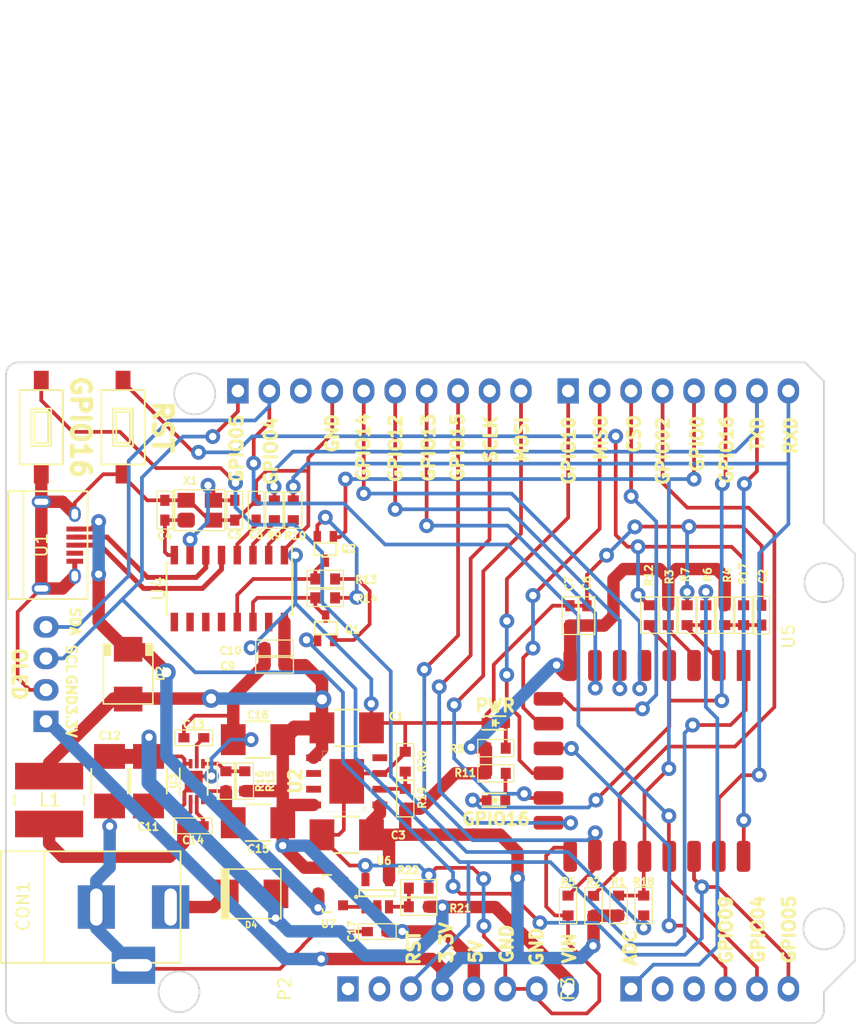
<source format=kicad_pcb>
(kicad_pcb (version 20160815) (host pcbnew "(2016-09-30 revision 278ee7d)-master")
  (layers (0 F.Cu signal) (31 B.Cu signal) (34 B.Paste user) (35 F.Paste user) (36 B.SilkS user) (37 F.SilkS user) (38 B.Mask user) (39 F.Mask user) (44 Edge.Cuts user))
  (net 0 "")
  (net 1 XO)
  (net 2 +5V)
  (net 3 +3V3)
  (net 4 GPIO0)
  (net 5 GPIO2)
  (net 6 EN)
  (net 7 REST)
  (net 8 GPIO15)
  (net 9 ADC_EX)
  (net 10 ADC)
  (net 11 TXD)
  (net 12 RXD)
  (net 13 "Net-(R12-Pad2)")
  (net 14 GPIO16)
  (net 15 "Net-(C14-Pad1)")
  (net 16 "Net-(C14-Pad2)")
  (net 17 "Net-(C13-Pad1)")
  (net 18 "Net-(R15-Pad2)")
  (net 19 GPIO14)
  (net 20 GPIO12)
  (net 21 GPIO13)
  (net 22 GPIO4)
  (net 23 GPIO5)
  (net 24 XI)
  (net 25 "Net-(C6-Pad1)")
  (net 26 "Net-(D1-Pad2)")
  (net 27 VCC)
  (net 28 "Net-(D3-Pad2)")
  (net 29 GPIO10)
  (net 30 MISO)
  (net 31 CSO)
  (net 32 GPIO09)
  (net 33 MOSI)
  (net 34 SCLK)
  (net 35 "Net-(Q1-Pad3)")
  (net 36 "Net-(Q1-Pad2)")
  (net 37 "Net-(Q2-Pad2)")
  (net 38 "Net-(Q2-Pad3)")
  (net 39 "Net-(R9-Pad2)")
  (net 40 "Net-(R10-Pad2)")
  (net 41 "Net-(R19-Pad2)")
  (net 42 D+)
  (net 43 D-)
  (net 44 GND)
  (net 45 "Net-(CON1-Pad1)")
  (net 46 Vin)
  (net 47 "Net-(R21-Pad1)")
  (net 48 "Net-(U6-Pad1)")
  (net 49 "Net-(GPIO0-Pad1)")
  (module ESP8266:do214aa (layer F.Cu) (at 119.41 83.82 90)
    (fp_text reference D2 (at 0.0635 2.6035 90) (layer F.SilkS) (effects (font (size 0.6 0.6))))
    (fp_text value ss24 hide)
    (pad 2 smd rect (at 2.00914 0 90) (size 1.99898 2.30124) (layers F.Cu F.Paste F.Mask) (net 27 VCC))
    (pad 1 smd rect (at -2.00914 0 90) (size 1.99898 2.30124) (layers F.Cu F.Paste F.Mask) (net 2 +5V))
  )
  (module Pin_Headers:Pin_Header_Straight_1x04 (layer F.Cu) (at 112.776 83.82 180)
    (fp_text reference P5 hide)
    (fp_text value CONN_01X04 hide)
    (pad 1 thru_hole rect (at 0 -3.81 180) (size 2.032 1.7272) (drill 1.016) (layers *.Cu *.Mask) (net 3 +3V3))
    (pad 2 thru_hole oval (at 0 -1.27 180) (size 2.032 1.7272) (drill 1.016) (layers *.Cu *.Mask) (net 44 GND))
    (pad 3 thru_hole oval (at 0 1.27 180) (size 2.032 1.7272) (drill 1.016) (layers *.Cu *.Mask) (net 23 GPIO5))
    (pad 4 thru_hole oval (at 0 3.81 180) (size 2.032 1.7272) (drill 1.016) (layers *.Cu *.Mask) (net 22 GPIO4))
  )
  (module Pin_Headers:Pin_Header_Straight_1x08 (layer F.Cu) (at 137.16 109.22 90)
    (fp_text reference P2 (at 0 -5.1 90) (layer F.SilkS))
    (fp_text value CONN_01X08 hide)
    (pad 8 thru_hole oval (at 0 17.78 90) (size 2.032 1.7272) (drill 1.016) (layers *.Cu *.Mask) (net 46 Vin))
    (pad 7 thru_hole oval (at 0 15.24 90) (size 2.032 1.7272) (drill 1.016) (layers *.Cu *.Mask) (net 44 GND))
    (pad 6 thru_hole oval (at 0 12.7 90) (size 2.032 1.7272) (drill 1.016) (layers *.Cu *.Mask) (net 44 GND))
    (pad 5 thru_hole oval (at 0 10.16 90) (size 2.032 1.7272) (drill 1.016) (layers *.Cu *.Mask) (net 2 +5V))
    (pad 4 thru_hole oval (at 0 7.62 90) (size 2.032 1.7272) (drill 1.016) (layers *.Cu *.Mask) (net 3 +3V3))
    (pad 3 thru_hole oval (at 0 5.08 90) (size 2.032 1.7272) (drill 1.016) (layers *.Cu *.Mask) (net 7 REST))
    (pad 2 thru_hole oval (at 0 2.54 90) (size 2.032 1.7272) (drill 1.016) (layers *.Cu *.Mask))
    (pad 1 thru_hole rect (at 0 0 90) (size 2.032 1.7272) (drill 1.016) (layers *.Cu *.Mask))
  )
  (module Pin_Headers:Pin_Header_Straight_1x06 (layer F.Cu) (at 160.02 109.22 90)
    (fp_text reference P3 (at 0 -5.1 90) (layer F.SilkS))
    (fp_text value CONN_01X06 hide)
    (pad 6 thru_hole oval (at 0 12.7 90) (size 2.032 1.7272) (drill 1.016) (layers *.Cu *.Mask) (net 23 GPIO5))
    (pad 5 thru_hole oval (at 0 10.16 90) (size 2.032 1.7272) (drill 1.016) (layers *.Cu *.Mask) (net 22 GPIO4))
    (pad 4 thru_hole oval (at 0 7.62 90) (size 2.032 1.7272) (drill 1.016) (layers *.Cu *.Mask) (net 32 GPIO09))
    (pad 3 thru_hole oval (at 0 5.08 90) (size 2.032 1.7272) (drill 1.016) (layers *.Cu *.Mask))
    (pad 2 thru_hole oval (at 0 2.54 90) (size 2.032 1.7272) (drill 1.016) (layers *.Cu *.Mask))
    (pad 1 thru_hole rect (at 0 0 90) (size 2.032 1.7272) (drill 1.016) (layers *.Cu *.Mask) (net 9 ADC_EX))
  )
  (module Pin_Headers:Pin_Header_Straight_1x08 (layer F.Cu) (at 154.94 60.96 90)
    (fp_text reference P1 hide)
    (fp_text value CONN_01X08 hide)
    (pad 1 thru_hole rect (at 0 0 90) (size 2.032 1.7272) (drill 1.016) (layers *.Cu *.Mask) (net 29 GPIO10))
    (pad 2 thru_hole oval (at 0 2.54 90) (size 2.032 1.7272) (drill 1.016) (layers *.Cu *.Mask) (net 30 MISO))
    (pad 3 thru_hole oval (at 0 5.08 90) (size 2.032 1.7272) (drill 1.016) (layers *.Cu *.Mask) (net 31 CSO))
    (pad 4 thru_hole oval (at 0 7.62 90) (size 2.032 1.7272) (drill 1.016) (layers *.Cu *.Mask) (net 5 GPIO2))
    (pad 5 thru_hole oval (at 0 10.16 90) (size 2.032 1.7272) (drill 1.016) (layers *.Cu *.Mask) (net 4 GPIO0))
    (pad 6 thru_hole oval (at 0 12.7 90) (size 2.032 1.7272) (drill 1.016) (layers *.Cu *.Mask) (net 14 GPIO16))
    (pad 7 thru_hole oval (at 0 15.24 90) (size 2.032 1.7272) (drill 1.016) (layers *.Cu *.Mask) (net 11 TXD))
    (pad 8 thru_hole oval (at 0 17.78 90) (size 2.032 1.7272) (drill 1.016) (layers *.Cu *.Mask) (net 12 RXD))
  )
  (module Pin_Headers:Pin_Header_Straight_1x10 (layer F.Cu) (at 128.27 60.96 90)
    (fp_text reference P4 hide)
    (fp_text value CONN_01X10 hide)
    (pad 10 thru_hole oval (at 0 22.86 90) (size 2.032 1.7272) (drill 1.016) (layers *.Cu *.Mask) (net 33 MOSI))
    (pad 9 thru_hole oval (at 0 20.32 90) (size 2.032 1.7272) (drill 1.016) (layers *.Cu *.Mask) (net 34 SCLK))
    (pad 8 thru_hole oval (at 0 17.78 90) (size 2.032 1.7272) (drill 1.016) (layers *.Cu *.Mask) (net 8 GPIO15))
    (pad 7 thru_hole oval (at 0 15.24 90) (size 2.032 1.7272) (drill 1.016) (layers *.Cu *.Mask) (net 21 GPIO13))
    (pad 6 thru_hole oval (at 0 12.7 90) (size 2.032 1.7272) (drill 1.016) (layers *.Cu *.Mask) (net 20 GPIO12))
    (pad 5 thru_hole oval (at 0 10.16 90) (size 2.032 1.7272) (drill 1.016) (layers *.Cu *.Mask) (net 19 GPIO14))
    (pad 4 thru_hole oval (at 0 7.62 90) (size 2.032 1.7272) (drill 1.016) (layers *.Cu *.Mask) (net 44 GND))
    (pad 3 thru_hole oval (at 0 5.08 90) (size 2.032 1.7272) (drill 1.016) (layers *.Cu *.Mask))
    (pad 2 thru_hole oval (at 0 2.54 90) (size 2.032 1.7272) (drill 1.016) (layers *.Cu *.Mask) (net 22 GPIO4))
    (pad 1 thru_hole rect (at 0 0 90) (size 2.032 1.7272) (drill 1.016) (layers *.Cu *.Mask) (net 23 GPIO5))
  )
  (module Housings_SOIC:SOIC-16_3.9x9.9mm_Pitch1.27mm (layer F.Cu) (at 127.5842 76.9112 270)
    (fp_text reference U4 (at 0 5.7277 270) (layer F.SilkS))
    (fp_text value CH340G hide)
    (pad 16 smd rect (at 2.7 -4.445 270) (size 1.5 0.6) (layers F.Cu F.Paste F.Mask) (net 2 +5V))
    (pad 15 smd rect (at 2.7 -3.175 270) (size 1.5 0.6) (layers F.Cu F.Paste F.Mask))
    (pad 14 smd rect (at 2.7 -1.905 270) (size 1.5 0.6) (layers F.Cu F.Paste F.Mask) (net 35 "Net-(Q1-Pad3)"))
    (pad 13 smd rect (at 2.7 -0.635 270) (size 1.5 0.6) (layers F.Cu F.Paste F.Mask) (net 38 "Net-(Q2-Pad3)"))
    (pad 12 smd rect (at 2.7 0.635 270) (size 1.5 0.6) (layers F.Cu F.Paste F.Mask))
    (pad 11 smd rect (at 2.7 1.905 270) (size 1.5 0.6) (layers F.Cu F.Paste F.Mask))
    (pad 10 smd rect (at 2.7 3.175 270) (size 1.5 0.6) (layers F.Cu F.Paste F.Mask))
    (pad 9 smd rect (at 2.7 4.445 270) (size 1.5 0.6) (layers F.Cu F.Paste F.Mask))
    (pad 8 smd rect (at -2.7 4.445 270) (size 1.5 0.6) (layers F.Cu F.Paste F.Mask) (net 1 XO))
    (pad 7 smd rect (at -2.7 3.175 270) (size 1.5 0.6) (layers F.Cu F.Paste F.Mask) (net 24 XI))
    (pad 6 smd rect (at -2.7 1.905 270) (size 1.5 0.6) (layers F.Cu F.Paste F.Mask) (net 43 D-))
    (pad 5 smd rect (at -2.7 0.635 270) (size 1.5 0.6) (layers F.Cu F.Paste F.Mask) (net 42 D+))
    (pad 4 smd rect (at -2.7 -0.635 270) (size 1.5 0.6) (layers F.Cu F.Paste F.Mask) (net 25 "Net-(C6-Pad1)"))
    (pad 3 smd rect (at -2.7 -1.905 270) (size 1.5 0.6) (layers F.Cu F.Paste F.Mask) (net 39 "Net-(R9-Pad2)"))
    (pad 2 smd rect (at -2.7 -3.175 270) (size 1.5 0.6) (layers F.Cu F.Paste F.Mask) (net 40 "Net-(R10-Pad2)"))
    (pad 1 smd rect (at -2.7 -4.445 270) (size 1.5 0.6) (layers F.Cu F.Paste F.Mask) (net 44 GND))
  )
  (module Connectors:BARREL_JACK (layer F.Cu) (at 116.63934 102.616)
    (fp_text reference CON1 (at -5.70484 -0.0635 90) (layer F.SilkS))
    (fp_text value BARREL_JACK hide)
    (pad 3 thru_hole rect (at 3.2004 4.699) (size 3.50012 3.0012) (drill oval 2.99974 1.00076) (layers *.Cu *.Mask) (net 44 GND))
    (pad 2 thru_hole rect (at 0.20066 0) (size 3.0012 3.50012) (drill oval 1.00076 2.99974) (layers *.Cu *.Mask) (net 44 GND))
    (pad 1 thru_hole rect (at 6.20014 0) (size 3.0012 3.50012) (drill oval 1.00076 2.99974) (layers *.Cu *.Mask) (net 45 "Net-(CON1-Pad1)"))
  )
  (module Connectors:USB_Micro-B (layer F.Cu) (at 113.538 73.406 270)
    (fp_text reference U1 (at 0 1.143 270) (layer F.SilkS))
    (fp_text value usb_mini_b hide)
    (pad 6 thru_hole oval (at 3.4991 1.13746) (size 1.55 1) (drill oval 1.15 0.5) (layers *.Cu *.Mask) (net 44 GND))
    (pad 6 thru_hole oval (at -3.5009 1.13746) (size 1.55 1) (drill oval 1.15 0.5) (layers *.Cu *.Mask) (net 44 GND))
    (pad 6 thru_hole oval (at 2.4991 -1.56254) (size 0.95 1.25) (drill oval 0.55 0.85) (layers *.Cu *.Mask) (net 44 GND))
    (pad 6 thru_hole oval (at -2.5009 -1.56254) (size 0.95 1.25) (drill oval 0.55 0.85) (layers *.Cu *.Mask) (net 44 GND))
    (pad 5 smd rect (at 1.2991 -1.56254) (size 1.35 0.4) (layers F.Cu F.Paste F.Mask) (net 44 GND))
    (pad 4 smd rect (at 0.6491 -1.56254) (size 1.35 0.4) (layers F.Cu F.Paste F.Mask))
    (pad 3 smd rect (at -0.0009 -1.56254) (size 1.35 0.4) (layers F.Cu F.Paste F.Mask) (net 42 D+))
    (pad 2 smd rect (at -0.6509 -1.56254) (size 1.35 0.4) (layers F.Cu F.Paste F.Mask) (net 43 D-))
    (pad 1 smd rect (at -1.3009 -1.56254) (size 1.35 0.4) (layers F.Cu F.Paste F.Mask) (net 27 VCC))
  )
  (module ESP8266:C_0603 (layer F.Cu) (at 122.3772 70.5866 90)
    (fp_text reference C4 (at -2.0574 -0.0127) (layer F.SilkS) (effects (font (size 0.6 0.6))))
    (fp_text value 8pF hide)
    (pad 1 smd rect (at -0.799999 0 90) (size 0.9 0.75) (layers F.Cu F.Paste F.Mask) (net 1 XO))
    (pad 2 smd rect (at 0.799999 0 90) (size 0.9 0.75) (layers F.Cu F.Paste F.Mask) (net 44 GND))
  )
  (module ESP8266:C_0603 (layer F.Cu) (at 128.016 70.5866 270)
    (fp_text reference C5 (at 1.9939 0 180) (layer F.SilkS) (effects (font (size 0.6 0.6))))
    (fp_text value 8pF hide)
    (pad 2 smd rect (at 0.799999 0 270) (size 0.9 0.75) (layers F.Cu F.Paste F.Mask) (net 44 GND))
    (pad 1 smd rect (at -0.799999 0 270) (size 0.9 0.75) (layers F.Cu F.Paste F.Mask) (net 24 XI))
  )
  (module ESP8266:C_0603 (layer F.Cu) (at 129.7432 70.5866 90)
    (fp_text reference C6 (at -1.9939 -0.0127) (layer F.SilkS) (effects (font (size 0.6 0.6))))
    (fp_text value 100nF hide)
    (pad 2 smd rect (at 0.799999 0 90) (size 0.9 0.75) (layers F.Cu F.Paste F.Mask) (net 44 GND))
    (pad 1 smd rect (at -0.799999 0 90) (size 0.9 0.75) (layers F.Cu F.Paste F.Mask) (net 25 "Net-(C6-Pad1)"))
  )
  (module ESP8266:C_0603 (layer F.Cu) (at 156.4513 79.0956 90)
    (fp_text reference C8 (at 2.6156 -0.0113 90) (layer F.SilkS) (effects (font (size 0.6 0.6))))
    (fp_text value 100nF hide)
    (pad 1 smd rect (at -0.799999 0 90) (size 0.9 0.75) (layers F.Cu F.Paste F.Mask) (net 3 +3V3))
    (pad 2 smd rect (at 0.799999 0 90) (size 0.9 0.75) (layers F.Cu F.Paste F.Mask) (net 44 GND))
  )
  (module ESP8266:C_0603 (layer F.Cu) (at 131.2291 83.0961 180)
    (fp_text reference C9 (at 3.7791 -0.0789 180) (layer F.SilkS) (effects (font (size 0.6 0.6))))
    (fp_text value 10uF hide)
    (pad 2 smd rect (at 0.799999 0 180) (size 0.9 0.75) (layers F.Cu F.Paste F.Mask) (net 44 GND))
    (pad 1 smd rect (at -0.799999 0 180) (size 0.9 0.75) (layers F.Cu F.Paste F.Mask) (net 2 +5V))
  )
  (module ESP8266:C_0603 (layer F.Cu) (at 131.2291 81.6991 180)
    (fp_text reference C10 (at 3.5541 -0.2259) (layer F.SilkS) (effects (font (size 0.6 0.6))))
    (fp_text value 100nF hide)
    (pad 1 smd rect (at -0.799999 0 180) (size 0.9 0.75) (layers F.Cu F.Paste F.Mask) (net 2 +5V))
    (pad 2 smd rect (at 0.799999 0 180) (size 0.9 0.75) (layers F.Cu F.Paste F.Mask) (net 44 GND))
  )
  (module ESP8266:R_0603 (layer F.Cu) (at 159.004 102.489 270)
    (fp_text reference R1 (at -1.905 0) (layer F.SilkS) (effects (font (size 0.6 0.6))))
    (fp_text value 12k hide)
    (pad 2 smd rect (at 0.799999 0 270) (size 0.8 0.9) (layers F.Cu F.Paste F.Mask) (net 3 +3V3))
    (pad 1 smd rect (at -0.799999 0 270) (size 0.8 0.9) (layers F.Cu F.Paste F.Mask) (net 4 GPIO0))
  )
  (module ESP8266:R_0603 (layer F.Cu) (at 156.9847 102.5144 270)
    (fp_text reference R2 (at -1.9304 0.0127) (layer F.SilkS) (effects (font (size 0.6 0.6))))
    (fp_text value 12k hide)
    (pad 2 smd rect (at 0.799999 0 270) (size 0.8 0.9) (layers F.Cu F.Paste F.Mask) (net 3 +3V3))
    (pad 1 smd rect (at -0.799999 0 270) (size 0.8 0.9) (layers F.Cu F.Paste F.Mask) (net 5 GPIO2))
  )
  (module ESP8266:R_0603 (layer F.Cu) (at 163.0172 79.0575 90)
    (fp_text reference R3 (at 3.0875 0.0928 270) (layer F.SilkS) (effects (font (size 0.6 0.6))))
    (fp_text value 12k hide)
    (pad 2 smd rect (at 0.799999 0 90) (size 0.8 0.9) (layers F.Cu F.Paste F.Mask) (net 3 +3V3))
    (pad 1 smd rect (at -0.799999 0 90) (size 0.8 0.9) (layers F.Cu F.Paste F.Mask) (net 6 EN))
  )
  (module ESP8266:R_0603 (layer F.Cu) (at 167.5765 79.0575 90)
    (fp_text reference R4 (at 3.2175 0.2335 270) (layer F.SilkS) (effects (font (size 0.6 0.6))))
    (fp_text value 12k hide)
    (pad 1 smd rect (at -0.799999 0 90) (size 0.8 0.9) (layers F.Cu F.Paste F.Mask) (net 7 REST))
    (pad 2 smd rect (at 0.799999 0 90) (size 0.8 0.9) (layers F.Cu F.Paste F.Mask) (net 3 +3V3))
  )
  (module ESP8266:R_0603 (layer F.Cu) (at 154.9273 102.489 270)
    (fp_text reference R5 (at -1.905 -0.0127) (layer F.SilkS) (effects (font (size 0.6 0.6))))
    (fp_text value 12k hide)
    (pad 2 smd rect (at 0.799999 0 270) (size 0.8 0.9) (layers F.Cu F.Paste F.Mask) (net 44 GND))
    (pad 1 smd rect (at -0.799999 0 270) (size 0.8 0.9) (layers F.Cu F.Paste F.Mask) (net 8 GPIO15))
  )
  (module ESP8266:R_0603 (layer F.Cu) (at 166.0525 79.0575 90)
    (fp_text reference R6 (at 3.2675 0.1475 270) (layer F.SilkS) (effects (font (size 0.6 0.6))))
    (fp_text value 220k/1% hide)
    (pad 2 smd rect (at 0.799999 0 90) (size 0.8 0.9) (layers F.Cu F.Paste F.Mask) (net 9 ADC_EX))
    (pad 1 smd rect (at -0.799999 0 90) (size 0.8 0.9) (layers F.Cu F.Paste F.Mask) (net 10 ADC))
  )
  (module ESP8266:R_0603 (layer F.Cu) (at 164.5412 79.0575 270)
    (fp_text reference R7 (at -3.2675 0.1312 90) (layer F.SilkS) (effects (font (size 0.6 0.6))))
    (fp_text value 100k/1% hide)
    (pad 1 smd rect (at -0.799999 0 270) (size 0.8 0.9) (layers F.Cu F.Paste F.Mask) (net 44 GND))
    (pad 2 smd rect (at 0.799999 0 270) (size 0.8 0.9) (layers F.Cu F.Paste F.Mask) (net 10 ADC))
  )
  (module ESP8266:R_0603 (layer F.Cu) (at 149.098 89.789)
    (fp_text reference R8 (at -3.138 0.071 180) (layer F.SilkS) (effects (font (size 0.6 0.6))))
    (fp_text value 470R hide)
    (pad 1 smd rect (at -0.799999 0) (size 0.8 0.9) (layers F.Cu F.Paste F.Mask) (net 3 +3V3))
    (pad 2 smd rect (at 0.799999 0) (size 0.8 0.9) (layers F.Cu F.Paste F.Mask) (net 26 "Net-(D1-Pad2)"))
  )
  (module ESP8266:R_0603 (layer F.Cu) (at 131.2164 70.5866 270)
    (fp_text reference R9 (at 2.0574 0.0254) (layer F.SilkS) (effects (font (size 0.6 0.6))))
    (fp_text value 470R hide)
    (pad 1 smd rect (at -0.799999 0 270) (size 0.8 0.9) (layers F.Cu F.Paste F.Mask) (net 11 TXD))
    (pad 2 smd rect (at 0.799999 0 270) (size 0.8 0.9) (layers F.Cu F.Paste F.Mask) (net 39 "Net-(R9-Pad2)"))
  )
  (module ESP8266:R_0603 (layer F.Cu) (at 132.7404 70.5866 270)
    (fp_text reference R10 (at 2.0634 -0.1596) (layer F.SilkS) (effects (font (size 0.6 0.6))))
    (fp_text value 470R hide)
    (pad 2 smd rect (at 0.799999 0 270) (size 0.8 0.9) (layers F.Cu F.Paste F.Mask) (net 40 "Net-(R10-Pad2)"))
    (pad 1 smd rect (at -0.799999 0 270) (size 0.8 0.9) (layers F.Cu F.Paste F.Mask) (net 12 RXD))
  )
  (module ESP8266:R_0603 (layer F.Cu) (at 149.098 91.821)
    (fp_text reference R11 (at -2.468 -0.031 180) (layer F.SilkS) (effects (font (size 0.6 0.6))))
    (fp_text value 470R hide)
    (pad 2 smd rect (at 0.799999 0) (size 0.8 0.9) (layers F.Cu F.Paste F.Mask) (net 28 "Net-(D3-Pad2)"))
    (pad 1 smd rect (at -0.799999 0) (size 0.8 0.9) (layers F.Cu F.Paste F.Mask) (net 3 +3V3))
  )
  (module ESP8266:R_0603 (layer F.Cu) (at 161.4932 79.0575 90)
    (fp_text reference R12 (at 3.2175 -0.0432 90) (layer F.SilkS) (effects (font (size 0.6 0.6))))
    (fp_text value 0R hide)
    (pad 2 smd rect (at 0.799999 0 90) (size 0.8 0.9) (layers F.Cu F.Paste F.Mask) (net 13 "Net-(R12-Pad2)"))
    (pad 1 smd rect (at -0.799999 0 90) (size 0.8 0.9) (layers F.Cu F.Paste F.Mask) (net 14 GPIO16))
  )
  (module ESP8266:R_0603 (layer F.Cu) (at 135.3185 76.1365)
    (fp_text reference R13 (at 3.3065 0.0635) (layer F.SilkS) (effects (font (size 0.6 0.6))))
    (fp_text value 12K hide)
    (pad 1 smd rect (at -0.799999 0) (size 0.8 0.9) (layers F.Cu F.Paste F.Mask) (net 38 "Net-(Q2-Pad3)"))
    (pad 2 smd rect (at 0.799999 0) (size 0.8 0.9) (layers F.Cu F.Paste F.Mask) (net 36 "Net-(Q1-Pad2)"))
  )
  (module ESP8266:R_0603 (layer F.Cu) (at 169.1005 79.0575 90)
    (fp_text reference R17 (at 3.3575 -0.0405 270) (layer F.SilkS) (effects (font (size 0.6 0.6))))
    (fp_text value 470R hide)
    (pad 1 smd rect (at -0.799999 0 90) (size 0.8 0.9) (layers F.Cu F.Paste F.Mask) (net 7 REST))
    (pad 2 smd rect (at 0.799999 0 90) (size 0.8 0.9) (layers F.Cu F.Paste F.Mask) (net 13 "Net-(R12-Pad2)"))
  )
  (module ESP8266:R_0603 (layer F.Cu) (at 161.036 102.489 270)
    (fp_text reference R18 (at -1.905 0) (layer F.SilkS) (effects (font (size 0.6 0.6))))
    (fp_text value 470R hide)
    (pad 1 smd rect (at -0.799999 0 270) (size 0.8 0.9) (layers F.Cu F.Paste F.Mask) (net 4 GPIO0))
    (pad 2 smd rect (at 0.799999 0 270) (size 0.8 0.9) (layers F.Cu F.Paste F.Mask) (net 49 "Net-(GPIO0-Pad1)"))
  )
  (module ESP8266:C_0603 (layer F.Cu) (at 124.714 88.9508 180)
    (fp_text reference C13 (at 0 1.0668) (layer F.SilkS) (effects (font (size 0.6 0.6))))
    (fp_text value 1uF hide)
    (pad 2 smd rect (at 0.799999 0 180) (size 0.9 0.75) (layers F.Cu F.Paste F.Mask) (net 44 GND))
    (pad 1 smd rect (at -0.799999 0 180) (size 0.9 0.75) (layers F.Cu F.Paste F.Mask) (net 17 "Net-(C13-Pad1)"))
  )
  (module ESP8266:C_0603 (layer F.Cu) (at 124.6632 96.0628 180)
    (fp_text reference C14 (at 0.0127 -1.1557) (layer F.SilkS) (effects (font (size 0.6 0.6))))
    (fp_text value 100nF hide)
    (pad 1 smd rect (at -0.799999 0 180) (size 0.9 0.75) (layers F.Cu F.Paste F.Mask) (net 15 "Net-(C14-Pad1)"))
    (pad 2 smd rect (at 0.799999 0 180) (size 0.9 0.75) (layers F.Cu F.Paste F.Mask) (net 16 "Net-(C14-Pad2)"))
  )
  (module ESP8266:R_0603 (layer F.Cu) (at 135.3185 77.6605)
    (fp_text reference R14 (at 3.3565 0.0645) (layer F.SilkS) (effects (font (size 0.6 0.6))))
    (fp_text value 12K hide)
    (pad 2 smd rect (at 0.799999 0) (size 0.8 0.9) (layers F.Cu F.Paste F.Mask) (net 37 "Net-(Q2-Pad2)"))
    (pad 1 smd rect (at -0.799999 0) (size 0.8 0.9) (layers F.Cu F.Paste F.Mask) (net 35 "Net-(Q1-Pad3)"))
  )
  (module ESP8266:R_0603 (layer F.Cu) (at 128.8288 92.456 90)
    (fp_text reference R15 (at 0 2.0447 270) (layer F.SilkS) (effects (font (size 0.6 0.6))))
    (fp_text value 52.5K hide)
    (pad 1 smd rect (at -0.799999 0 90) (size 0.8 0.9) (layers F.Cu F.Paste F.Mask) (net 2 +5V))
    (pad 2 smd rect (at 0.799999 0 90) (size 0.8 0.9) (layers F.Cu F.Paste F.Mask) (net 18 "Net-(R15-Pad2)"))
  )
  (module ESP8266:R_0603 (layer F.Cu) (at 127.3048 92.456 270)
    (fp_text reference R16 (at 0 -2.7432 90) (layer F.SilkS) (effects (font (size 0.6 0.6))))
    (fp_text value 10k hide)
    (pad 2 smd rect (at 0.799999 0 270) (size 0.8 0.9) (layers F.Cu F.Paste F.Mask) (net 44 GND))
    (pad 1 smd rect (at -0.799999 0 270) (size 0.8 0.9) (layers F.Cu F.Paste F.Mask) (net 18 "Net-(R15-Pad2)"))
  )
  (module Capacitors_SMD:C_1210_HandSoldering (layer F.Cu) (at 137.0584 88.1507)
    (fp_text reference C1 (at 3.9916 -0.9207) (layer F.SilkS) (effects (font (size 0.6 0.6))))
    (fp_text value 1uF/25V hide)
    (pad 2 smd rect (at 2 0) (size 2 2.5) (layers F.Cu F.Paste F.Mask) (net 44 GND))
    (pad 1 smd rect (at -2 0) (size 2 2.5) (layers F.Cu F.Paste F.Mask) (net 2 +5V))
  )
  (module Capacitors_SMD:C_1210_HandSoldering (layer F.Cu) (at 137.0584 96.7867 180)
    (fp_text reference C3 (at -4.1616 -0.0333 180) (layer F.SilkS) (effects (font (size 0.6 0.6))))
    (fp_text value 1uF/25V hide)
    (pad 1 smd rect (at -2 0 180) (size 2 2.5) (layers F.Cu F.Paste F.Mask) (net 3 +3V3))
    (pad 2 smd rect (at 2 0 180) (size 2 2.5) (layers F.Cu F.Paste F.Mask) (net 44 GND))
  )
  (module Capacitors_SMD:C_1210_HandSoldering (layer F.Cu) (at 121.0564 92.456 270)
    (fp_text reference C11 (at 3.683 0.0254) (layer F.SilkS) (effects (font (size 0.6 0.6))))
    (fp_text value 10uF/50V hide)
    (pad 1 smd rect (at -2 0 270) (size 2 2.5) (layers F.Cu F.Paste F.Mask) (net 46 Vin))
    (pad 2 smd rect (at 2 0 270) (size 2 2.5) (layers F.Cu F.Paste F.Mask) (net 44 GND))
  )
  (module Capacitors_SMD:C_1210_HandSoldering (layer F.Cu) (at 117.9068 92.456 270)
    (fp_text reference C12 (at -3.683 -0.0127) (layer F.SilkS) (effects (font (size 0.6 0.6))))
    (fp_text value 10uF/50V hide)
    (pad 2 smd rect (at 2 0 270) (size 2 2.5) (layers F.Cu F.Paste F.Mask) (net 44 GND))
    (pad 1 smd rect (at -2 0 270) (size 2 2.5) (layers F.Cu F.Paste F.Mask) (net 46 Vin))
  )
  (module Capacitors_SMD:C_1210_HandSoldering (layer F.Cu) (at 129.8956 95.8088 180)
    (fp_text reference C15 (at -0.0254 -2.1082 180) (layer F.SilkS) (effects (font (size 0.6 0.6))))
    (fp_text value 10uF/25V hide)
    (pad 1 smd rect (at -2 0 180) (size 2 2.5) (layers F.Cu F.Paste F.Mask) (net 2 +5V))
    (pad 2 smd rect (at 2 0 180) (size 2 2.5) (layers F.Cu F.Paste F.Mask) (net 44 GND))
  )
  (module Capacitors_SMD:C_1210_HandSoldering (layer F.Cu) (at 129.8956 89.1032 180)
    (fp_text reference C16 (at 0 1.9812 180) (layer F.SilkS) (effects (font (size 0.6 0.6))))
    (fp_text value 10uF/25V hide)
    (pad 2 smd rect (at 2 0 180) (size 2 2.5) (layers F.Cu F.Paste F.Mask) (net 44 GND))
    (pad 1 smd rect (at -2 0 180) (size 2 2.5) (layers F.Cu F.Paste F.Mask) (net 2 +5V))
  )
  (module TO_SOT_Packages_SMD:SOT-323 (layer F.Cu) (at 135.3566 80.1116 180)
    (fp_text reference Q1 (at -2.1684 -0.1134 180) (layer F.SilkS) (effects (font (size 0.6 0.6))))
    (fp_text value Q_NPN_CBE hide)
    (pad 3 smd rect (at 0 0.94996 180) (size 0.59944 1.00076) (layers F.Cu F.Paste F.Mask) (net 35 "Net-(Q1-Pad3)"))
    (pad 1 smd rect (at 0.65024 -0.94996 180) (size 0.59944 1.00076) (layers F.Cu F.Paste F.Mask) (net 7 REST))
    (pad 2 smd rect (at -0.65024 -0.94996 180) (size 0.59944 1.00076) (layers F.Cu F.Paste F.Mask) (net 36 "Net-(Q1-Pad2)"))
  )
  (module TO_SOT_Packages_SMD:SOT-323 (layer F.Cu) (at 135.3312 73.7108)
    (fp_text reference Q2 (at 1.8688 -0.0108) (layer F.SilkS) (effects (font (size 0.6 0.6))))
    (fp_text value Q_NPN_CBE hide)
    (pad 2 smd rect (at -0.65024 -0.94996) (size 0.59944 1.00076) (layers F.Cu F.Paste F.Mask) (net 37 "Net-(Q2-Pad2)"))
    (pad 1 smd rect (at 0.65024 -0.94996) (size 0.59944 1.00076) (layers F.Cu F.Paste F.Mask) (net 4 GPIO0))
    (pad 3 smd rect (at 0 0.94996) (size 0.59944 1.00076) (layers F.Cu F.Paste F.Mask) (net 38 "Net-(Q2-Pad3)"))
  )
  (module ESP8266:R_0603 (layer F.Cu) (at 141.7828 93.8784 90)
    (fp_text reference R19 (at 0.0784 1.3672 270) (layer F.SilkS) (effects (font (size 0.6 0.6))))
    (fp_text value 3K/1% hide)
    (pad 1 smd rect (at -0.799999 0 90) (size 0.8 0.9) (layers F.Cu F.Paste F.Mask) (net 3 +3V3))
    (pad 2 smd rect (at 0.799999 0 90) (size 0.8 0.9) (layers F.Cu F.Paste F.Mask) (net 41 "Net-(R19-Pad2)"))
  )
  (module ESP8266:R_0603 (layer F.Cu) (at 141.7828 90.8812 90)
    (fp_text reference R20 (at 0.0312 1.3672 90) (layer F.SilkS) (effects (font (size 0.6 0.6))))
    (fp_text value 1K/1% hide)
    (pad 1 smd rect (at -0.799999 0 90) (size 0.8 0.9) (layers F.Cu F.Paste F.Mask) (net 41 "Net-(R19-Pad2)"))
    (pad 2 smd rect (at 0.799999 0 90) (size 0.8 0.9) (layers F.Cu F.Paste F.Mask) (net 44 GND))
  )
  (module ESP8266:HTSOP-J8 (layer F.Cu) (at 139.0084 94.9187 90)
    (fp_text reference U2 (at 2.4627 -6.1029 90) (layer F.SilkS) (effects (font (thickness 0.25))))
    (fp_text value BD00GA5WEFJ hide)
    (pad 4 smd rect (at 4.355 0.725 90) (size 0.55 1.2) (layers F.Cu F.Paste F.Mask))
    (pad 1 smd rect (at 0.545 0.725 90) (size 0.55 1.2) (layers F.Cu F.Paste F.Mask) (net 3 +3V3))
    (pad 2 smd rect (at 1.815 0.725 90) (size 0.55 1.2) (layers F.Cu F.Paste F.Mask) (net 41 "Net-(R19-Pad2)"))
    (pad 3 smd rect (at 3.085 0.725 90) (size 0.55 1.2) (layers F.Cu F.Paste F.Mask) (net 44 GND))
    (pad 6 smd rect (at 3.085 -4.625 90) (size 0.55 1.2) (layers F.Cu F.Paste F.Mask))
    (pad 7 smd rect (at 1.815 -4.625 90) (size 0.55 1.2) (layers F.Cu F.Paste F.Mask))
    (pad 8 smd rect (at 0.545 -4.625 90) (size 0.55 1.2) (layers F.Cu F.Paste F.Mask) (net 2 +5V))
    (pad 5 smd rect (at 4.355 -4.625 90) (size 0.55 1.2) (layers F.Cu F.Paste F.Mask) (net 2 +5V))
    (pad 9 smd rect (at 2.45 -1.95 90) (size 3.6 2.8) (layers F.Cu F.Paste F.Mask) (net 44 GND))
  )
  (module ESP8266:Crystal_SMD_3225_4Pads (layer F.Cu) (at 125.1966 70.5866)
    (fp_text reference X1 (at -0.7716 -2.3866) (layer F.SilkS) (effects (font (size 0.6 0.6))))
    (fp_text value CRYSTAL_ABM3C hide)
    (pad 1 smd roundrect (at -1.1 0.8) (size 1.4 1.2) (layers F.Cu F.Paste F.Mask) (net 1 XO))
    (pad 2 smd rect (at 1.1 0.8) (size 1.4 1.2) (layers F.Cu F.Paste F.Mask) (net 44 GND))
    (pad 3 smd rect (at 1.1 -0.8) (size 1.4 1.2) (layers F.Cu F.Paste F.Mask) (net 24 XI))
    (pad 4 smd rect (at -1.1 -0.8) (size 1.4 1.2) (layers F.Cu F.Paste F.Mask) (net 44 GND))
  )
  (module ESP8266:do214aa (layer F.Cu) (at 129.3368 101.5492 180)
    (fp_text reference D4 (at 0 -2.49936 180) (layer F.SilkS) (effects (font (size 0.50038 0.50038) (thickness 0.11938))))
    (fp_text value D hide)
    (pad 2 smd rect (at 2.00914 0 180) (size 1.99898 2.30124) (layers F.Cu F.Paste F.Mask) (net 45 "Net-(CON1-Pad1)"))
    (pad 1 smd rect (at -2.00914 0 180) (size 1.99898 2.30124) (layers F.Cu F.Paste F.Mask) (net 46 Vin))
  )
  (module ESP8266:C_0603 (layer F.Cu) (at 170.561 79.0575 90)
    (fp_text reference C2 (at 3.1275 0.109 90) (layer F.SilkS) (effects (font (size 0.6 0.6))))
    (fp_text value 470pF hide)
    (pad 2 smd rect (at 0.799999 0 90) (size 0.9 0.75) (layers F.Cu F.Paste F.Mask) (net 44 GND))
    (pad 1 smd rect (at -0.799999 0 90) (size 0.9 0.75) (layers F.Cu F.Paste F.Mask) (net 7 REST))
  )
  (module Choke_SMD:Choke_SMD_Wuerth-WE-PD2-Typ-MS (layer F.Cu) (at 113.03 93.98 90)
    (fp_text reference L1 (at 0 0.0635 180) (layer F.SilkS))
    (fp_text value 22uF hide)
    (pad 2 smd rect (at 1.9304 0 90) (size 2.14884 5.4991) (layers F.Cu F.Paste F.Mask) (net 2 +5V))
    (pad 1 smd rect (at -1.9304 0 90) (size 2.14884 5.4991) (layers F.Cu F.Paste F.Mask) (net 16 "Net-(C14-Pad2)"))
  )
  (module ESP8266:ESP-12F (layer F.Cu) (at 169.1 83.82 270)
    (fp_text reference U5 (at -3.048 -3.62 270) (layer F.SilkS))
    (fp_text value ESP-12E hide)
    (pad 1 smd rect (at 0 0 270) (size 2.5 1.1) (drill (offset -0.7 0)) (layers F.Cu F.Paste F.Mask) (net 7 REST))
    (pad 2 smd roundrect (at 0 2 270) (size 2.5 1.1) (drill (offset -0.7 0)) (layers F.Cu F.Paste F.Mask) (net 10 ADC))
    (pad 3 smd roundrect (at 0 4 270) (size 2.5 1.1) (drill (offset -0.7 0)) (layers F.Cu F.Paste F.Mask) (net 6 EN))
    (pad 4 smd roundrect (at 0 6 270) (size 2.5 1.1) (drill (offset -0.7 0)) (layers F.Cu F.Paste F.Mask) (net 14 GPIO16))
    (pad 5 smd roundrect (at 0 8 270) (size 2.5 1.1) (drill (offset -0.7 0)) (layers F.Cu F.Paste F.Mask) (net 19 GPIO14))
    (pad 6 smd roundrect (at 0 10 270) (size 2.5 1.1) (drill (offset -0.7 0)) (layers F.Cu F.Paste F.Mask) (net 20 GPIO12))
    (pad 7 smd roundrect (at 0 12 270) (size 2.5 1.1) (drill (offset -0.7 0)) (layers F.Cu F.Paste F.Mask) (net 21 GPIO13))
    (pad 8 smd roundrect (at 0 14 270) (size 2.5 1.1) (drill (offset -0.7 0)) (layers F.Cu F.Paste F.Mask) (net 3 +3V3))
    (pad 9 smd roundrect (at 1.99 15.75) (size 2.4 1.1) (layers F.Cu F.Paste F.Mask) (net 31 CSO))
    (pad 10 smd roundrect (at 3.99 15.75) (size 2.4 1.1) (layers F.Cu F.Paste F.Mask) (net 30 MISO))
    (pad 11 smd roundrect (at 5.99 15.75) (size 2.4 1.1) (layers F.Cu F.Paste F.Mask) (net 32 GPIO09))
    (pad 12 smd roundrect (at 7.99 15.75) (size 2.4 1.1) (layers F.Cu F.Paste F.Mask) (net 29 GPIO10))
    (pad 13 smd roundrect (at 9.99 15.75) (size 2.4 1.1) (layers F.Cu F.Paste F.Mask) (net 33 MOSI))
    (pad 14 smd roundrect (at 11.99 15.75) (size 2.4 1.1) (layers F.Cu F.Paste F.Mask) (net 34 SCLK))
    (pad 15 smd roundrect (at 14 14 270) (size 2.5 1.1) (drill (offset 0.7 0)) (layers F.Cu F.Paste F.Mask) (net 44 GND))
    (pad 16 smd roundrect (at 14 12 270) (size 2.5 1.1) (drill (offset 0.6 0)) (layers F.Cu F.Paste F.Mask) (net 8 GPIO15))
    (pad 17 smd roundrect (at 14 10 270) (size 2.5 1.1) (drill (offset 0.7 0)) (layers F.Cu F.Paste F.Mask) (net 5 GPIO2))
    (pad 18 smd roundrect (at 14 8 270) (size 2.5 1.1) (drill (offset 0.7 0)) (layers F.Cu F.Paste F.Mask) (net 4 GPIO0))
    (pad 19 smd roundrect (at 14 6 270) (size 2.5 1.1) (drill (offset 0.7 0)) (layers F.Cu F.Paste F.Mask) (net 22 GPIO4))
    (pad 20 smd roundrect (at 14 4 270) (size 2.5 1.1) (drill (offset 0.7 0)) (layers F.Cu F.Paste F.Mask) (net 23 GPIO5))
    (pad 21 smd roundrect (at 14 2 270) (size 2.5 1.1) (drill (offset 0.7 0)) (layers F.Cu F.Paste F.Mask) (net 12 RXD))
    (pad 22 smd roundrect (at 14 0 270) (size 2.5 1.1) (drill (offset 0.7 0)) (layers F.Cu F.Paste F.Mask) (net 11 TXD))
  )
  (module ESP8266:C_0603 (layer F.Cu) (at 139.5222 104.5972 180)
    (fp_text reference C17 (at 2.0447 0.0127 90) (layer F.SilkS) (effects (font (size 0.6 0.6))))
    (fp_text value 100nF hide)
    (pad 2 smd rect (at 0.799999 0 180) (size 0.9 0.75) (layers F.Cu F.Paste F.Mask) (net 44 GND))
    (pad 1 smd rect (at -0.799999 0 180) (size 0.9 0.75) (layers F.Cu F.Paste F.Mask) (net 2 +5V))
  )
  (module ESP8266:R_0603 (layer F.Cu) (at 142.875 102.5906)
    (fp_text reference R21 (at 3.355 0.1294 180) (layer F.SilkS) (effects (font (size 0.6 0.6))))
    (fp_text value 10k hide)
    (pad 2 smd rect (at 0.799999 0) (size 0.8 0.9) (layers F.Cu F.Paste F.Mask) (net 46 Vin))
    (pad 1 smd rect (at -0.799999 0) (size 0.8 0.9) (layers F.Cu F.Paste F.Mask) (net 47 "Net-(R21-Pad1)"))
  )
  (module ESP8266:R_0603 (layer F.Cu) (at 142.875 101.092 180)
    (fp_text reference R22 (at 0.855 1.452 180) (layer F.SilkS) (effects (font (size 0.6 0.6))))
    (fp_text value 10k hide)
    (pad 1 smd rect (at -0.799999 0 180) (size 0.8 0.9) (layers F.Cu F.Paste F.Mask) (net 44 GND))
    (pad 2 smd rect (at 0.799999 0 180) (size 0.8 0.9) (layers F.Cu F.Paste F.Mask) (net 47 "Net-(R21-Pad1)"))
  )
  (module TO_SOT_Packages_SMD:SOT-23-5 (layer F.Cu) (at 139.5222 101.4984 90)
    (fp_text reference U6 (at 2.6184 0.5378) (layer F.SilkS) (effects (font (size 0.6 0.6))))
    (fp_text value MCP6001R hide)
    (pad 5 smd rect (at 1.1 -0.95 90) (size 1.06 0.65) (layers F.Cu F.Paste F.Mask) (net 44 GND))
    (pad 4 smd rect (at 1.1 0.95 90) (size 1.06 0.65) (layers F.Cu F.Paste F.Mask) (net 3 +3V3))
    (pad 3 smd rect (at -1.1 0.95 90) (size 1.06 0.65) (layers F.Cu F.Paste F.Mask) (net 47 "Net-(R21-Pad1)"))
    (pad 2 smd rect (at -1.1 0 90) (size 1.06 0.65) (layers F.Cu F.Paste F.Mask) (net 2 +5V))
    (pad 1 smd rect (at -1.1 -0.95 90) (size 1.06 0.65) (layers F.Cu F.Paste F.Mask) (net 48 "Net-(U6-Pad1)"))
  )
  (module TO_SOT_Packages_SMD:SOT-23 (layer F.Cu) (at 135.763 101.5238 90)
    (fp_text reference U7 (at -2.4462 -0.173 180) (layer F.SilkS) (effects (font (size 0.6 0.6))))
    (fp_text value MOSFET-P hide)
    (pad 3 smd rect (at 0 -0.99822 90) (size 0.8001 0.8001) (layers F.Cu F.Paste F.Mask) (net 27 VCC))
    (pad 2 smd rect (at 0.95 1.00076 90) (size 0.8001 0.8001) (layers F.Cu F.Paste F.Mask) (net 2 +5V))
    (pad 1 smd rect (at -0.95 1.00076 90) (size 0.8001 0.8001) (layers F.Cu F.Paste F.Mask) (net 48 "Net-(U6-Pad1)"))
  )
  (module ESP8266:C_0603 (layer F.Cu) (at 155.0797 79.0956 90)
    (fp_text reference C7 (at 2.5656 -0.0697 90) (layer F.SilkS) (effects (font (size 0.6 0.6))))
    (fp_text value 10uF/25v hide)
    (pad 2 smd rect (at 0.799999 0 90) (size 0.9 0.75) (layers F.Cu F.Paste F.Mask) (net 44 GND))
    (pad 1 smd rect (at -0.799999 0 90) (size 0.9 0.75) (layers F.Cu F.Paste F.Mask) (net 3 +3V3))
  )
  (module Housings_DFN_QFN:DFN-8-1EP_3x2mm_Pitch0.5mm (layer F.Cu) (at 124.7012 92.4932 270)
    (fp_text reference U3 (at -0.0372 1.6382 270) (layer F.SilkS) (effects (font (size 0.6 0.6))))
    (fp_text value MCP16311-MNY hide)
    (pad 9 smd rect (at -0.4375 -0.3625 270) (size 0.875 0.725) (layers F.Cu F.Paste F.Mask) (net 44 GND))
    (pad 9 smd rect (at -0.4375 0.3625 270) (size 0.875 0.725) (layers F.Cu F.Paste F.Mask) (net 44 GND))
    (pad 9 smd rect (at 0.4375 -0.3625 270) (size 0.875 0.725) (layers F.Cu F.Paste F.Mask) (net 44 GND))
    (pad 9 smd rect (at 0.4375 0.3625 270) (size 0.875 0.725) (layers F.Cu F.Paste F.Mask) (net 44 GND))
    (pad 8 smd rect (at 1.45 -0.75 270) (size 0.75 0.3) (layers F.Cu F.Paste F.Mask) (net 44 GND))
    (pad 7 smd rect (at 1.45 -0.25 270) (size 0.75 0.3) (layers F.Cu F.Paste F.Mask) (net 15 "Net-(C14-Pad1)"))
    (pad 6 smd rect (at 1.45 0.25 270) (size 0.75 0.3) (layers F.Cu F.Paste F.Mask) (net 16 "Net-(C14-Pad2)"))
    (pad 5 smd rect (at 1.45 0.75 270) (size 0.75 0.3) (layers F.Cu F.Paste F.Mask) (net 44 GND))
    (pad 4 smd rect (at -1.45 0.75 270) (size 0.75 0.3) (layers F.Cu F.Paste F.Mask) (net 46 Vin))
    (pad 3 smd rect (at -1.45 0.25 270) (size 0.75 0.3) (layers F.Cu F.Paste F.Mask) (net 46 Vin))
    (pad 2 smd rect (at -1.45 -0.25 270) (size 0.75 0.3) (layers F.Cu F.Paste F.Mask) (net 17 "Net-(C13-Pad1)"))
    (pad 1 smd rect (at -1.45 -0.75 270) (size 0.75 0.3) (layers F.Cu F.Paste F.Mask) (net 18 "Net-(R15-Pad2)"))
  )
  (module ESP8266:Tact_Switch_TS6X3.6 (layer F.Cu) (at 112.395 63.881 270)
    (fp_text reference GPIO0 hide)
    (fp_text value GPIO0 hide)
    (pad 2 smd rect (at 3.8 0 270) (size 1.5 1.2) (layers F.Cu F.Paste F.Mask) (net 44 GND))
    (pad 1 smd rect (at -3.8 0 270) (size 1.5 1.2) (layers F.Cu F.Paste F.Mask) (net 49 "Net-(GPIO0-Pad1)"))
  )
  (module ESP8266:Tact_Switch_TS6X3.6 (layer F.Cu) (at 118.999 63.881 270)
    (fp_text reference RST1 hide)
    (fp_text value REST hide)
    (pad 1 smd rect (at -3.8 0 270) (size 1.5 1.2) (layers F.Cu F.Paste F.Mask) (net 13 "Net-(R12-Pad2)"))
    (pad 2 smd rect (at 3.8 0 270) (size 1.5 1.2) (layers F.Cu F.Paste F.Mask) (net 44 GND))
  )
  (module LEDs:LED_0603 (layer F.Cu) (at 149.098 87.757)
    (fp_text reference D1 hide)
    (fp_text value L_PWR hide)
    (pad 2 smd rect (at 0.7493 0 180) (size 0.79756 0.79756) (layers F.Cu F.Paste F.Mask) (net 26 "Net-(D1-Pad2)"))
    (pad 1 smd rect (at -0.7493 0 180) (size 0.79756 0.79756) (layers F.Cu F.Paste F.Mask) (net 44 GND))
  )
  (module LEDs:LED_0603 (layer F.Cu) (at 149.1107 93.9927)
    (fp_text reference D3 hide)
    (fp_text value LED_Blue hide)
    (pad 1 smd rect (at -0.7493 0 180) (size 0.79756 0.79756) (layers F.Cu F.Paste F.Mask) (net 14 GPIO16))
    (pad 2 smd rect (at 0.7493 0 180) (size 0.79756 0.79756) (layers F.Cu F.Paste F.Mask) (net 28 "Net-(D3-Pad2)"))
  )
  (gr_text GPIO16 (at 149.098 95.5167) (layer F.SilkS) (effects (font (size 1 1) (thickness 0.25))))
  (gr_text PWR (at 149.0472 86.36) (layer F.SilkS) (effects (font (size 1 1) (thickness 0.25))))
  (gr_text SDA (at 115.125 79.575 270) (layer F.SilkS) (effects (font (size 0.8 0.8) (thickness 0.2))))
  (gr_text SCL (at 114.808 82.55 270) (layer F.SilkS) (effects (font (size 0.8 0.8) (thickness 0.2))))
  (gr_text GND (at 114.808 85.09 270) (layer F.SilkS) (effects (font (size 0.8 0.8) (thickness 0.2))))
  (gr_text 3.3V (at 114.808 87.63 270) (layer F.SilkS) (effects (font (size 0.8 0.8) (thickness 0.2))))
  (gr_text RST (at 142.47 105.9 90) (layer F.SilkS) (effects (font (size 1 1) (thickness 0.25))))
  (gr_text 3.3V (at 145.11 105.49 90) (layer F.SilkS) (effects (font (size 1 1) (thickness 0.25))))
  (gr_text 5V (at 147.48 106.21 90) (layer F.SilkS) (effects (font (size 1 1) (thickness 0.25))))
  (gr_text GND (at 149.98 105.58 90) (layer F.SilkS) (effects (font (size 1 1) (thickness 0.25))))
  (gr_text GND (at 152.39 105.81 90) (layer F.SilkS) (effects (font (size 1 1) (thickness 0.25))))
  (gr_text VIN (at 155.03 105.94 90) (layer F.SilkS) (effects (font (size 1 1) (thickness 0.25))))
  (gr_text ADC (at 159.95 105.9 90) (layer F.SilkS) (effects (font (size 1 1) (thickness 0.25))))
  (gr_text GPIO09 (at 167.68 104.46 90) (layer F.SilkS) (effects (font (size 1 1) (thickness 0.25))))
  (gr_text GPIO04 (at 170.28 104.42 90) (layer F.SilkS) (effects (font (size 1 1) (thickness 0.25))))
  (gr_text GPIO05 (at 172.78 104.42 90) (layer F.SilkS) (effects (font (size 1 1) (thickness 0.25))))
  (gr_text RXD (at 172.91 64.56 90) (layer F.SilkS) (effects (font (size 1 1) (thickness 0.25))))
  (gr_text TXD (at 170.23 64.43 90) (layer F.SilkS) (effects (font (size 1 1) (thickness 0.25))))
  (gr_text GPIO16 (at 167.73 65.72 90) (layer F.SilkS) (effects (font (size 1 1) (thickness 0.25))))
  (gr_text GPIO0 (at 165.36 65.23 90) (layer F.SilkS) (effects (font (size 1 1) (thickness 0.25))))
  (gr_text GPIO02 (at 162.59 65.81 90) (layer F.SilkS) (effects (font (size 1 1) (thickness 0.25))))
  (gr_text CSO (at 160.26 64.43 90) (layer F.SilkS) (effects (font (size 1 1) (thickness 0.25))))
  (gr_text MISO (at 157.58 64.74 90) (layer F.SilkS) (effects (font (size 1 1) (thickness 0.25))))
  (gr_text GPIO10 (at 154.99 65.77 90) (layer F.SilkS) (effects (font (size 1 1) (thickness 0.25))))
  (gr_text MOSI (at 151.19 64.87 90) (layer F.SilkS) (effects (font (size 1 1) (thickness 0.25))))
  (gr_text SCLK (at 148.68 64.87 90) (layer F.SilkS) (effects (font (size 1 1) (thickness 0.25))))
  (gr_text GPIO15 (at 146 65.5 90) (layer F.SilkS) (effects (font (size 1 1) (thickness 0.25))))
  (gr_text GPIO13 (at 143.68 65.54 90) (layer F.SilkS) (effects (font (size 1 1) (thickness 0.25))))
  (gr_text GPIO12 (at 141 65.59 90) (layer F.SilkS) (effects (font (size 1 1) (thickness 0.25))))
  (gr_text GND (at 135.9 64.38 90) (layer F.SilkS) (effects (font (size 1 1) (thickness 0.25))))
  (gr_text GPIO14 (at 138.4 65.5 90) (layer F.SilkS) (effects (font (size 1 1) (thickness 0.25))))
  (gr_text "GPIO04\n" (at 130.94 65.81 90) (layer F.SilkS) (effects (font (size 1 1) (thickness 0.25))))
  (gr_text GPIO05 (at 128.17 65.63 90) (layer F.SilkS) (effects (font (size 1 1) (thickness 0.25))))
  (gr_text GPIO16 (at 115.57 63.881 270) (layer F.SilkS) (effects (font (size 1.5 1.5) (thickness 0.375))))
  (gr_text RST (at 122.174 63.881 270) (layer F.SilkS) (effects (font (size 1.5 1.5) (thickness 0.375))))
  (gr_text OLED (at 110.617 83.82 270) (layer F.SilkS) (effects (font (size 1.1 1.1) (thickness 0.275))))
  (gr_circle (center 124.786338 61.193472) (end 124.659338 59.542472) (layer Edge.Cuts) (width 0.15))
  (gr_circle (center 175.586338 76.433472) (end 175.205338 74.909472) (layer Edge.Cuts) (width 0.15))
  (gr_circle (center 123.516338 109.453472) (end 123.516338 107.802472) (layer Edge.Cuts) (width 0.15))
  (gr_circle (center 175.586338 104.373472) (end 175.459338 102.722472) (layer Edge.Cuts) (width 0.15))
  (gr_line (start 175.586338 109.453472) (end 175.586338 110.977472) (layer Edge.Cuts) (width 0.15))
  (gr_line (start 110.562338 111.993472) (end 174.570338 111.993472) (layer Edge.Cuts) (width 0.15))
  (gr_line (start 109.546338 59.669472) (end 109.546338 110.977472) (layer Edge.Cuts) (width 0.15))
  (gr_arc (start 110.562338 59.669472) (end 109.546338 59.669472) (angle 90) (layer Edge.Cuts) (width 0.15))
  (gr_arc (start 110.562338 110.977472) (end 110.562338 111.993472) (angle 90) (layer Edge.Cuts) (width 0.15))
  (gr_arc (start 174.570338 110.977472) (end 175.586338 110.977472) (angle 90) (layer Edge.Cuts) (width 0.15))
  (gr_line (start 178.126338 106.913472) (end 175.586338 109.453472) (layer Edge.Cuts) (width 0.15))
  (gr_line (start 178.126338 74.147472) (end 178.126338 106.913472) (layer Edge.Cuts) (width 0.15))
  (gr_line (start 175.586338 71.607472) (end 178.126338 74.147472) (layer Edge.Cuts) (width 0.15))
  (gr_line (start 175.586338 60.177472) (end 175.586338 71.607472) (layer Edge.Cuts) (width 0.15))
  (gr_line (start 174.062338 58.653472) (end 175.586338 60.177472) (layer Edge.Cuts) (width 0.15))
  (gr_line (start 110.562338 58.653472) (end 174.062338 58.653472) (layer Edge.Cuts) (width 0.15))
  (segment (start 123.1392 74.2112) (end 122.6236 74.2112) (width 0.3) (layer F.Cu) (net 1))
  (segment (start 122.6236 74.2112) (end 122.3772 73.9648) (width 0.3) (layer F.Cu) (net 1))
  (segment (start 122.3772 73.9648) (end 122.3772 71.8693) (width 0.3) (layer F.Cu) (net 1))
  (segment (start 122.3772 71.8693) (end 122.3772 71.386599) (width 0.3) (layer F.Cu) (net 1))
  (segment (start 122.3772 71.386599) (end 124.096599 71.386599) (width 0.3) (layer F.Cu) (net 1))
  (segment (start 124.096599 71.386599) (end 124.0966 71.3866) (width 0.3) (layer F.Cu) (net 1))
  (segment (start 113.03 92.0496) (end 113.03 90.9955) (width 1) (layer F.Cu) (net 2))
  (segment (start 125.262472 85.7885) (end 126.111 85.7885) (width 1) (layer F.Cu) (net 2))
  (segment (start 113.03 90.9955) (end 118.237 85.7885) (width 1) (layer F.Cu) (net 2))
  (segment (start 118.237 85.7885) (end 125.262472 85.7885) (width 1) (layer F.Cu) (net 2))
  (segment (start 131.8895 97.663) (end 133.8326 97.663) (width 1) (layer B.Cu) (net 2))
  (segment (start 133.8326 97.663) (end 140.7541 104.5845) (width 1) (layer B.Cu) (net 2))
  (segment (start 140.7541 104.5845) (end 141.5415 104.5845) (width 1) (layer B.Cu) (net 2))
  (segment (start 141.5415 104.5845) (end 144.907 104.5845) (width 1) (layer F.Cu) (net 2))
  (segment (start 144.907 104.5845) (end 147.32 106.9975) (width 1) (layer F.Cu) (net 2))
  (segment (start 147.32 106.9975) (end 147.32 109.22) (width 1) (layer F.Cu) (net 2))
  (segment (start 141.5415 104.5845) (end 140.334899 104.5845) (width 1) (layer F.Cu) (net 2))
  (segment (start 135.0645 85.852) (end 135.0645 84.4804) (width 1) (layer F.Cu) (net 2))
  (segment (start 135.0645 84.4804) (end 133.6802 83.0961) (width 1) (layer F.Cu) (net 2))
  (segment (start 135.0645 85.852) (end 135.0645 88.1446) (width 1) (layer F.Cu) (net 2))
  (segment (start 135.0645 88.1446) (end 135.0584 88.1507) (width 1) (layer F.Cu) (net 2))
  (segment (start 126.111 85.7885) (end 135.001 85.7885) (width 1) (layer B.Cu) (net 2))
  (via (at 135.0645 85.852) (size 1.5) (drill 0.8) (layers F.Cu B.Cu) (net 2))
  (segment (start 135.001 85.7885) (end 135.0645 85.852) (width 1) (layer B.Cu) (net 2))
  (via (at 126.111 85.7885) (size 1.5) (drill 0.8) (layers F.Cu B.Cu) (net 2))
  (via (at 141.5415 104.5845) (size 1.2) (drill 0.6) (layers F.Cu B.Cu) (net 2))
  (segment (start 136.76376 100.5738) (end 136.76376 100.56876) (width 1) (layer F.Cu) (net 2))
  (segment (start 136.76376 100.56876) (end 135.636 99.441) (width 1) (layer F.Cu) (net 2))
  (segment (start 135.636 99.441) (end 133.6675 99.441) (width 1) (layer F.Cu) (net 2))
  (segment (start 133.6675 99.441) (end 132.489499 98.262999) (width 1) (layer F.Cu) (net 2))
  (segment (start 132.489499 98.262999) (end 131.8895 97.663) (width 1) (layer F.Cu) (net 2))
  (segment (start 131.8895 96.814472) (end 131.8895 97.663) (width 1) (layer F.Cu) (net 2))
  (segment (start 131.8895 95.8149) (end 131.8895 96.814472) (width 1) (layer F.Cu) (net 2))
  (segment (start 131.8956 95.8088) (end 131.8895 95.8149) (width 1) (layer F.Cu) (net 2))
  (via (at 131.8895 97.663) (size 1.2) (drill 0.6) (layers F.Cu B.Cu) (net 2))
  (segment (start 131.8956 94.4245) (end 131.8956 93.2688) (width 1) (layer F.Cu) (net 2))
  (segment (start 131.8956 93.2688) (end 131.8956 89.1032) (width 1) (layer F.Cu) (net 2))
  (segment (start 128.8288 93.255999) (end 131.882799 93.255999) (width 1) (layer F.Cu) (net 2))
  (segment (start 131.882799 93.255999) (end 131.8956 93.2688) (width 1) (layer F.Cu) (net 2))
  (segment (start 131.8956 95.8088) (end 131.8956 94.4245) (width 1) (layer F.Cu) (net 2))
  (segment (start 131.8956 94.4245) (end 131.9464 94.3737) (width 1) (layer F.Cu) (net 2))
  (segment (start 131.9464 94.3737) (end 134.3834 94.3737) (width 1) (layer F.Cu) (net 2))
  (segment (start 134.3834 90.5637) (end 135.0645 89.8826) (width 1) (layer F.Cu) (net 2))
  (segment (start 135.0645 89.8826) (end 135.0645 88.1568) (width 1) (layer F.Cu) (net 2))
  (segment (start 135.0645 88.1568) (end 135.0584 88.1507) (width 1) (layer F.Cu) (net 2))
  (segment (start 131.8956 89.1032) (end 132.8354 88.1634) (width 1.2) (layer F.Cu) (net 2))
  (segment (start 132.8354 88.1634) (end 135.0457 88.1634) (width 1.2) (layer F.Cu) (net 2))
  (segment (start 135.0457 88.1634) (end 135.0584 88.1507) (width 1.2) (layer F.Cu) (net 2))
  (segment (start 132.029099 83.0961) (end 133.6802 83.0961) (width 1) (layer F.Cu) (net 2))
  (segment (start 132.0292 79.6112) (end 132.0292 81.698999) (width 1) (layer F.Cu) (net 2))
  (segment (start 132.0292 81.698999) (end 132.029099 81.6991) (width 1) (layer F.Cu) (net 2))
  (segment (start 132.029099 83.0961) (end 132.029099 81.6991) (width 1) (layer F.Cu) (net 2))
  (segment (start 140.322199 104.5972) (end 140.3096 104.584601) (width 0.7) (layer F.Cu) (net 2))
  (segment (start 140.3096 104.584601) (end 140.3096 104.14) (width 0.7) (layer F.Cu) (net 2))
  (segment (start 140.3096 104.14) (end 139.5222 103.3526) (width 0.7) (layer F.Cu) (net 2))
  (segment (start 139.5222 103.3526) (end 139.5222 102.5984) (width 0.7) (layer F.Cu) (net 2))
  (segment (start 144.78 109.22) (end 144.78 107.63) (width 1) (layer F.Cu) (net 3))
  (segment (start 144.78 107.63) (end 143.957 106.807) (width 1) (layer F.Cu) (net 3))
  (segment (start 143.957 106.807) (end 135.849528 106.807) (width 1) (layer F.Cu) (net 3))
  (segment (start 135.849528 106.807) (end 135.001 106.807) (width 1) (layer F.Cu) (net 3))
  (segment (start 139.0584 96.7867) (end 139.0584 95.7416) (width 1) (layer F.Cu) (net 3))
  (segment (start 139.0584 95.7416) (end 139.7461 95.0539) (width 1) (layer F.Cu) (net 3))
  (segment (start 139.7461 95.0539) (end 139.7461 94.3864) (width 1) (layer F.Cu) (net 3))
  (segment (start 139.7461 94.3864) (end 139.7334 94.3737) (width 1) (layer F.Cu) (net 3))
  (segment (start 132.1054 106.807) (end 135.001 106.807) (width 1) (layer B.Cu) (net 3))
  (segment (start 112.9284 87.63) (end 132.1054 106.807) (width 1) (layer B.Cu) (net 3))
  (segment (start 112.776 87.63) (end 112.9284 87.63) (width 1) (layer B.Cu) (net 3))
  (via (at 135.001 106.807) (size 1.2) (drill 0.6) (layers F.Cu B.Cu) (net 3))
  (segment (start 154.600199 83.683399) (end 154.0002 83.0834) (width 1) (layer F.Cu) (net 3))
  (segment (start 154.7368 83.82) (end 154.600199 83.683399) (width 1) (layer F.Cu) (net 3))
  (segment (start 155.1 83.82) (end 154.7368 83.82) (width 1) (layer F.Cu) (net 3))
  (segment (start 153.74211 83.0834) (end 154.0002 83.0834) (width 1) (layer B.Cu) (net 3))
  (segment (start 147.10001 89.7255) (end 153.74211 83.0834) (width 1) (layer B.Cu) (net 3))
  (via (at 154.0002 83.0834) (size 1.2) (drill 0.6) (layers F.Cu B.Cu) (net 3))
  (segment (start 156.4513 79.895599) (end 157.8263 79.895599) (width 1) (layer F.Cu) (net 3))
  (segment (start 157.8263 79.895599) (end 158.5976 79.124299) (width 1) (layer F.Cu) (net 3))
  (segment (start 158.5976 79.124299) (end 158.5976 76.1492) (width 1) (layer F.Cu) (net 3))
  (segment (start 158.5976 76.1492) (end 159.4104 75.3364) (width 1) (layer F.Cu) (net 3))
  (segment (start 159.4104 75.3364) (end 162.306 75.3364) (width 1) (layer F.Cu) (net 3))
  (segment (start 162.306 75.3364) (end 163.0172 76.0476) (width 1) (layer F.Cu) (net 3))
  (segment (start 163.0172 76.0476) (end 163.0172 76.857501) (width 1) (layer F.Cu) (net 3))
  (segment (start 163.0172 76.857501) (end 163.0172 75.9968) (width 1) (layer F.Cu) (net 3))
  (segment (start 163.0172 75.9968) (end 163.6776 75.3364) (width 1) (layer F.Cu) (net 3))
  (segment (start 163.6776 75.3364) (end 166.9288 75.3364) (width 1) (layer F.Cu) (net 3))
  (segment (start 166.9288 75.3364) (end 167.5765 75.9841) (width 1) (layer F.Cu) (net 3))
  (segment (start 167.5765 75.9841) (end 167.5765 78.257501) (width 1) (layer F.Cu) (net 3))
  (segment (start 147.948538 89.7255) (end 147.10001 89.7255) (width 1) (layer F.Cu) (net 3))
  (segment (start 148.298001 89.789) (end 148.234501 89.7255) (width 1) (layer F.Cu) (net 3))
  (via (at 147.10001 89.7255) (size 1.2) (drill 0.6) (layers F.Cu B.Cu) (net 3))
  (segment (start 148.234501 89.7255) (end 147.948538 89.7255) (width 1) (layer F.Cu) (net 3))
  (segment (start 155.956 106.7308) (end 150.8506 106.7308) (width 1) (layer B.Cu) (net 3))
  (segment (start 150.8506 106.7308) (end 146.2278 106.7308) (width 1) (layer B.Cu) (net 3))
  (segment (start 150.8506 100.2792) (end 150.8506 106.7308) (width 1) (layer B.Cu) (net 3))
  (segment (start 156.9466 105.7402) (end 155.956 106.7308) (width 1) (layer B.Cu) (net 3))
  (segment (start 146.2278 106.7308) (end 144.78 108.1786) (width 1) (layer B.Cu) (net 3))
  (segment (start 144.78 108.1786) (end 144.78 109.22) (width 1) (layer B.Cu) (net 3))
  (segment (start 149.4282 96.774) (end 150.8506 98.1964) (width 1) (layer F.Cu) (net 3))
  (segment (start 150.8506 98.1964) (end 150.8506 100.2792) (width 1) (layer F.Cu) (net 3))
  (via (at 150.8506 100.2792) (size 1.2) (drill 0.6) (layers F.Cu B.Cu) (net 3))
  (segment (start 147.2692 96.774) (end 149.4282 96.774) (width 1) (layer F.Cu) (net 3))
  (segment (start 142.964001 94.678399) (end 141.7828 94.678399) (width 1) (layer F.Cu) (net 3))
  (segment (start 141.7828 94.678399) (end 141.7828 96.078399) (width 1) (layer F.Cu) (net 3))
  (segment (start 141.0711 96.774) (end 141.7828 96.774) (width 1) (layer F.Cu) (net 3))
  (segment (start 141.7828 96.774) (end 147.2692 96.774) (width 1) (layer F.Cu) (net 3))
  (segment (start 141.7828 96.078399) (end 141.7828 96.774) (width 1) (layer F.Cu) (net 3))
  (segment (start 140.4722 100.3984) (end 140.4722 96.8019) (width 1) (layer F.Cu) (net 3))
  (segment (start 140.4722 96.8019) (end 140.4874 96.7867) (width 1) (layer F.Cu) (net 3))
  (segment (start 139.0584 96.7867) (end 140.4874 96.7867) (width 1) (layer F.Cu) (net 3))
  (segment (start 140.4874 96.7867) (end 141.0584 96.7867) (width 1) (layer F.Cu) (net 3))
  (segment (start 141.0584 96.7867) (end 141.0711 96.774) (width 1) (layer F.Cu) (net 3))
  (via (at 156.9466 105.7402) (size 1.2) (drill 0.6) (layers F.Cu B.Cu) (net 3))
  (segment (start 156.9847 105.7021) (end 156.9466 105.7402) (width 1) (layer F.Cu) (net 3))
  (segment (start 156.9847 103.314399) (end 156.9847 105.7021) (width 1) (layer F.Cu) (net 3))
  (segment (start 142.964001 94.678399) (end 145.8214 91.821) (width 1) (layer F.Cu) (net 3))
  (segment (start 145.8214 91.821) (end 148.298001 91.821) (width 1) (layer F.Cu) (net 3))
  (segment (start 148.298001 91.821) (end 148.298001 89.789) (width 1) (layer F.Cu) (net 3))
  (segment (start 156.9847 103.314399) (end 158.9786 103.314399) (width 1) (layer F.Cu) (net 3))
  (segment (start 163.0172 78.257501) (end 163.0172 76.857501) (width 1) (layer F.Cu) (net 3))
  (segment (start 155.0797 79.895599) (end 156.4513 79.895599) (width 1) (layer F.Cu) (net 3))
  (segment (start 155.1 83.82) (end 155.1 79.915899) (width 1) (layer F.Cu) (net 3))
  (segment (start 155.1 79.915899) (end 155.0797 79.895599) (width 1) (layer F.Cu) (net 3))
  (segment (start 158.9786 103.314399) (end 159.004 103.288999) (width 1) (layer F.Cu) (net 3))
  (segment (start 135.98144 72.76084) (end 136.48436 72.76084) (width 0.3) (layer F.Cu) (net 4))
  (segment (start 136.48436 72.76084) (end 136.9568 72.2884) (width 0.3) (layer F.Cu) (net 4))
  (segment (start 136.9568 72.2884) (end 136.9568 68.920528) (width 0.3) (layer F.Cu) (net 4))
  (segment (start 136.9568 68.920528) (end 136.9568 68.072) (width 0.3) (layer F.Cu) (net 4))
  (segment (start 136.9568 68.072) (end 163.068 68.072) (width 0.3) (layer B.Cu) (net 4))
  (segment (start 163.068 68.072) (end 165.1 68.072) (width 0.3) (layer B.Cu) (net 4))
  (segment (start 163.068 70.104) (end 163.068 68.072) (width 0.3) (layer B.Cu) (net 4))
  (segment (start 163.068 91.440002) (end 163.068 70.104) (width 0.3) (layer B.Cu) (net 4))
  (via (at 165.1 68.072) (size 1.2) (drill 0.6) (layers F.Cu B.Cu) (net 4))
  (segment (start 165.1 60.96) (end 165.1 68.072) (width 0.3) (layer F.Cu) (net 4))
  (segment (start 161.1 97.82) (end 161.1 93.408002) (width 0.3) (layer F.Cu) (net 4))
  (segment (start 161.1 93.408002) (end 162.468001 92.040001) (width 0.3) (layer F.Cu) (net 4))
  (segment (start 162.468001 92.040001) (end 163.068 91.440002) (width 0.3) (layer F.Cu) (net 4))
  (via (at 163.068 91.440002) (size 1.2) (drill 0.6) (layers F.Cu B.Cu) (net 4))
  (via (at 136.9568 68.072) (size 1.2) (drill 0.6) (layers F.Cu B.Cu) (net 4))
  (segment (start 165.1 61.1124) (end 165.1 60.96) (width 0.3) (layer B.Cu) (net 4))
  (segment (start 159.004 101.689001) (end 161.036 101.689001) (width 0.3) (layer F.Cu) (net 4))
  (segment (start 161.1 97.82) (end 161.036 97.884) (width 0.3) (layer F.Cu) (net 4))
  (segment (start 161.036 97.884) (end 161.036 101.689001) (width 0.3) (layer F.Cu) (net 4))
  (segment (start 162.56 60.96) (end 162.56 68.385) (width 0.3) (layer F.Cu) (net 5))
  (segment (start 162.56 68.385) (end 164.5584 70.3834) (width 0.3) (layer F.Cu) (net 5))
  (segment (start 164.5584 70.3834) (end 169.5084 70.3834) (width 0.3) (layer F.Cu) (net 5))
  (segment (start 169.5084 70.3834) (end 171.586001 72.461001) (width 0.3) (layer F.Cu) (net 5))
  (segment (start 171.586001 72.461001) (end 171.586001 86.477999) (width 0.3) (layer F.Cu) (net 5))
  (segment (start 171.586001 86.477999) (end 168.402 89.662) (width 0.3) (layer F.Cu) (net 5))
  (segment (start 168.402 89.662) (end 162.941 89.662) (width 0.3) (layer F.Cu) (net 5))
  (segment (start 162.941 89.662) (end 159.1 93.503) (width 0.3) (layer F.Cu) (net 5))
  (segment (start 159.1 93.503) (end 159.1 97.82) (width 0.3) (layer F.Cu) (net 5))
  (segment (start 156.9847 101.714401) (end 156.9847 101.6508) (width 0.3) (layer F.Cu) (net 5))
  (segment (start 156.9847 101.6508) (end 159.1 99.5355) (width 0.3) (layer F.Cu) (net 5))
  (segment (start 159.1 99.5355) (end 159.1 97.82) (width 0.3) (layer F.Cu) (net 5))
  (segment (start 163.0172 79.857499) (end 163.0172 80.2513) (width 0.3) (layer F.Cu) (net 6))
  (segment (start 163.0172 80.2513) (end 165.1 82.3341) (width 0.3) (layer F.Cu) (net 6))
  (segment (start 165.1 82.3341) (end 165.1 83.82) (width 0.3) (layer F.Cu) (net 6))
  (segment (start 146.8882 98.9838) (end 153.4922 98.9838) (width 0.3) (layer B.Cu) (net 7))
  (segment (start 164.386942 88.52334) (end 164.986941 87.923341) (width 0.3) (layer B.Cu) (net 7))
  (segment (start 153.4922 98.9838) (end 160.147 105.6386) (width 0.3) (layer B.Cu) (net 7))
  (segment (start 160.147 105.6386) (end 163.6614 105.6386) (width 0.3) (layer B.Cu) (net 7))
  (segment (start 163.6614 105.6386) (end 164.338 104.962) (width 0.3) (layer B.Cu) (net 7))
  (segment (start 164.338 104.962) (end 164.338 88.572282) (width 0.3) (layer B.Cu) (net 7))
  (segment (start 164.338 88.572282) (end 164.386942 88.52334) (width 0.3) (layer B.Cu) (net 7))
  (segment (start 146.8882 98.9838) (end 146.8882 104.0892) (width 0.3) (layer B.Cu) (net 7))
  (segment (start 146.8882 104.0892) (end 142.24 108.7374) (width 0.3) (layer B.Cu) (net 7))
  (segment (start 142.24 108.7374) (end 142.24 109.22) (width 0.3) (layer B.Cu) (net 7))
  (segment (start 146.8882 98.9838) (end 146.177 98.9838) (width 0.3) (layer B.Cu) (net 7))
  (segment (start 146.177 98.9838) (end 137.7696 90.5764) (width 0.3) (layer B.Cu) (net 7))
  (segment (start 137.7696 90.5764) (end 137.7696 85.0138) (width 0.3) (layer B.Cu) (net 7))
  (segment (start 137.7696 85.0138) (end 133.8072 81.0514) (width 0.3) (layer B.Cu) (net 7))
  (segment (start 169.271002 86.706002) (end 168.053663 87.923341) (width 0.3) (layer F.Cu) (net 7))
  (segment (start 169.1 83.82) (end 169.271002 83.991002) (width 0.3) (layer F.Cu) (net 7))
  (segment (start 165.835469 87.923341) (end 164.986941 87.923341) (width 0.3) (layer F.Cu) (net 7))
  (segment (start 168.053663 87.923341) (end 165.835469 87.923341) (width 0.3) (layer F.Cu) (net 7))
  (segment (start 169.271002 83.991002) (end 169.271002 86.706002) (width 0.3) (layer F.Cu) (net 7))
  (via (at 164.986941 87.923341) (size 1.2) (drill 0.6) (layers F.Cu B.Cu) (net 7))
  (segment (start 133.8072 81.0514) (end 134.6962 81.0514) (width 0.3) (layer F.Cu) (net 7))
  (segment (start 134.6962 81.0514) (end 134.70636 81.06156) (width 0.3) (layer F.Cu) (net 7))
  (via (at 133.8072 81.0514) (size 1.2) (drill 0.6) (layers F.Cu B.Cu) (net 7))
  (segment (start 169.1005 79.857499) (end 169.1005 80.557499) (width 0.3) (layer F.Cu) (net 7))
  (segment (start 169.1005 80.557499) (end 169.1 80.557999) (width 0.3) (layer F.Cu) (net 7))
  (segment (start 169.1 80.557999) (end 169.1 83.82) (width 0.3) (layer F.Cu) (net 7))
  (segment (start 169.1005 79.857499) (end 167.5765 79.857499) (width 0.3) (layer F.Cu) (net 7))
  (segment (start 170.561 79.857499) (end 169.1005 79.857499) (width 0.3) (layer F.Cu) (net 7))
  (segment (start 157.124402 96.6216) (end 156.524403 97.221599) (width 0.3) (layer B.Cu) (net 8))
  (segment (start 156.524403 97.221599) (end 147.234199 97.221599) (width 0.3) (layer B.Cu) (net 8))
  (segment (start 147.234199 97.221599) (end 143.3195 93.3069) (width 0.3) (layer B.Cu) (net 8))
  (segment (start 143.3195 93.3069) (end 143.3195 84.287528) (width 0.3) (layer B.Cu) (net 8))
  (segment (start 143.3195 84.287528) (end 143.3195 83.439) (width 0.3) (layer B.Cu) (net 8))
  (segment (start 146.05 80.7085) (end 143.919499 82.839001) (width 0.3) (layer F.Cu) (net 8))
  (segment (start 143.919499 82.839001) (end 143.3195 83.439) (width 0.3) (layer F.Cu) (net 8))
  (via (at 143.3195 83.439) (size 1.2) (drill 0.6) (layers F.Cu B.Cu) (net 8))
  (segment (start 146.05 60.96) (end 146.05 80.7085) (width 0.3) (layer F.Cu) (net 8))
  (segment (start 157.124402 97.470128) (end 157.124402 96.6216) (width 0.3) (layer F.Cu) (net 8))
  (segment (start 157.124402 97.795598) (end 157.124402 97.470128) (width 0.3) (layer F.Cu) (net 8))
  (segment (start 157.1 97.82) (end 157.124402 97.795598) (width 0.3) (layer F.Cu) (net 8))
  (via (at 157.124402 96.6216) (size 1.2) (drill 0.6) (layers F.Cu B.Cu) (net 8))
  (segment (start 157.1 97.82) (end 157.1 99.5162) (width 0.3) (layer F.Cu) (net 8))
  (segment (start 157.1 99.5162) (end 154.9273 101.6889) (width 0.3) (layer F.Cu) (net 8))
  (segment (start 154.9273 101.6889) (end 154.9273 101.689001) (width 0.3) (layer F.Cu) (net 8))
  (segment (start 160.02 109.22) (end 160.02 109.0676) (width 0.3) (layer B.Cu) (net 9))
  (segment (start 160.02 109.0676) (end 161.8234 107.2642) (width 0.3) (layer B.Cu) (net 9))
  (segment (start 161.8234 107.2642) (end 165.5108 107.2642) (width 0.3) (layer B.Cu) (net 9))
  (segment (start 165.5108 107.2642) (end 166.9796 105.7954) (width 0.3) (layer B.Cu) (net 9))
  (segment (start 166.9796 105.7954) (end 166.9796 87.397202) (width 0.3) (layer B.Cu) (net 9))
  (segment (start 166.9796 87.397202) (end 166.0525 86.470102) (width 0.3) (layer B.Cu) (net 9))
  (segment (start 166.0525 86.470102) (end 166.0525 78.013728) (width 0.3) (layer B.Cu) (net 9))
  (segment (start 166.0525 78.013728) (end 166.0525 77.1652) (width 0.3) (layer B.Cu) (net 9))
  (segment (start 166.0525 78.257501) (end 166.0525 77.1652) (width 0.3) (layer F.Cu) (net 9))
  (via (at 166.0525 77.1652) (size 1.2) (drill 0.6) (layers F.Cu B.Cu) (net 9))
  (segment (start 164.5412 79.857499) (end 164.5412 80.0989) (width 0.3) (layer F.Cu) (net 10))
  (segment (start 164.5412 80.0989) (end 167.1 82.6577) (width 0.3) (layer F.Cu) (net 10))
  (segment (start 167.1 82.6577) (end 167.1 83.82) (width 0.3) (layer F.Cu) (net 10))
  (segment (start 166.0525 79.857499) (end 164.5412 79.857499) (width 0.3) (layer F.Cu) (net 10))
  (segment (start 170.18 60.96) (end 170.18 64.12) (width 0.3) (layer B.Cu) (net 11))
  (segment (start 170.18 64.12) (end 168.4378 65.8622) (width 0.3) (layer B.Cu) (net 11))
  (segment (start 168.4378 65.8622) (end 132.7128 65.8622) (width 0.3) (layer B.Cu) (net 11))
  (segment (start 132.7128 65.8622) (end 131.191 67.384) (width 0.3) (layer B.Cu) (net 11))
  (segment (start 131.191 67.384) (end 131.191 68.6816) (width 0.3) (layer B.Cu) (net 11))
  (segment (start 169.763999 67.853001) (end 169.164 68.453) (width 0.3) (layer F.Cu) (net 11))
  (segment (start 170.18 67.437) (end 169.763999 67.853001) (width 0.3) (layer F.Cu) (net 11))
  (segment (start 170.18 60.96) (end 170.18 67.437) (width 0.3) (layer F.Cu) (net 11))
  (segment (start 169.113204 68.503796) (end 169.164 68.453) (width 0.3) (layer B.Cu) (net 11))
  (segment (start 169.113204 95.6056) (end 169.113204 68.503796) (width 0.3) (layer B.Cu) (net 11))
  (via (at 169.164 68.453) (size 1.2) (drill 0.6) (layers F.Cu B.Cu) (net 11))
  (segment (start 131.2164 68.707) (end 131.191 68.6816) (width 0.3) (layer F.Cu) (net 11))
  (segment (start 131.2164 69.786601) (end 131.2164 68.707) (width 0.3) (layer F.Cu) (net 11))
  (via (at 131.191 68.6816) (size 1.2) (drill 0.6) (layers F.Cu B.Cu) (net 11))
  (segment (start 169.113204 96.454128) (end 169.113204 95.6056) (width 0.3) (layer F.Cu) (net 11))
  (segment (start 169.113204 97.806796) (end 169.113204 96.454128) (width 0.3) (layer F.Cu) (net 11))
  (segment (start 169.1 97.82) (end 169.113204 97.806796) (width 0.3) (layer F.Cu) (net 11))
  (via (at 169.113204 95.6056) (size 1.2) (drill 0.6) (layers F.Cu B.Cu) (net 11))
  (segment (start 167.1 97.82) (end 167.1 93.825) (width 0.3) (layer F.Cu) (net 12))
  (segment (start 167.1 93.825) (end 168.95 91.975) (width 0.3) (layer F.Cu) (net 12))
  (segment (start 168.95 91.975) (end 170.33621 91.975) (width 0.3) (layer F.Cu) (net 12))
  (segment (start 170.33621 91.975) (end 170.36321 91.948) (width 0.3) (layer F.Cu) (net 12))
  (segment (start 132.7404 68.6816) (end 132.7404 67.9596) (width 0.3) (layer B.Cu) (net 12))
  (segment (start 132.7404 67.9596) (end 133.8726 66.8274) (width 0.3) (layer B.Cu) (net 12))
  (segment (start 133.8726 66.8274) (end 169.0878 66.8274) (width 0.3) (layer B.Cu) (net 12))
  (segment (start 169.0878 66.8274) (end 172.72 66.8274) (width 0.3) (layer B.Cu) (net 12))
  (segment (start 172.72 66.8274) (end 172.72 71.7042) (width 0.3) (layer B.Cu) (net 12))
  (segment (start 172.72 71.7042) (end 170.36321 74.06099) (width 0.3) (layer B.Cu) (net 12))
  (segment (start 170.36321 74.06099) (end 170.36321 91.099472) (width 0.3) (layer B.Cu) (net 12))
  (segment (start 170.36321 91.099472) (end 170.36321 91.948) (width 0.3) (layer B.Cu) (net 12))
  (segment (start 172.72 63.1952) (end 172.72 66.8274) (width 0.3) (layer B.Cu) (net 12))
  (via (at 170.36321 91.948) (size 1.2) (drill 0.6) (layers F.Cu B.Cu) (net 12))
  (segment (start 132.7404 69.786601) (end 132.7404 68.6816) (width 0.3) (layer F.Cu) (net 12))
  (via (at 132.7404 68.6816) (size 1.2) (drill 0.6) (layers F.Cu B.Cu) (net 12))
  (segment (start 172.72 63.1952) (end 172.72 60.96) (width 0.3) (layer B.Cu) (net 12))
  (segment (start 160.5788 73.533) (end 164.358796 73.533) (width 0.3) (layer F.Cu) (net 13))
  (segment (start 169.1005 77.557501) (end 169.1005 78.257501) (width 0.3) (layer F.Cu) (net 13))
  (segment (start 164.358796 73.533) (end 164.367398 73.541602) (width 0.3) (layer F.Cu) (net 13))
  (segment (start 164.367398 73.541602) (end 168.141602 73.541602) (width 0.3) (layer F.Cu) (net 13))
  (segment (start 168.141602 73.541602) (end 169.1005 74.5005) (width 0.3) (layer F.Cu) (net 13))
  (segment (start 169.1005 74.5005) (end 169.1005 77.557501) (width 0.3) (layer F.Cu) (net 13))
  (segment (start 124.681 65.913) (end 125.095 65.913) (width 0.3) (layer F.Cu) (net 13))
  (segment (start 118.999 60.231) (end 124.681 65.913) (width 0.3) (layer F.Cu) (net 13))
  (segment (start 118.999 60.081) (end 118.999 60.231) (width 0.3) (layer F.Cu) (net 13))
  (segment (start 125.943528 65.913) (end 125.095 65.913) (width 0.3) (layer B.Cu) (net 13))
  (segment (start 129.4384 64.6176) (end 128.143 65.913) (width 0.3) (layer B.Cu) (net 13))
  (segment (start 158.775402 64.6176) (end 129.4384 64.6176) (width 0.3) (layer B.Cu) (net 13))
  (segment (start 128.143 65.913) (end 125.943528 65.913) (width 0.3) (layer B.Cu) (net 13))
  (via (at 125.095 65.913) (size 1.2) (drill 0.6) (layers F.Cu B.Cu) (net 13))
  (segment (start 158.775402 65.466128) (end 158.775402 64.6176) (width 0.3) (layer F.Cu) (net 13))
  (segment (start 160.5788 73.533) (end 159.730272 73.533) (width 0.3) (layer F.Cu) (net 13))
  (segment (start 158.775402 72.57813) (end 158.775402 65.466128) (width 0.3) (layer F.Cu) (net 13))
  (segment (start 159.730272 73.533) (end 158.775402 72.57813) (width 0.3) (layer F.Cu) (net 13))
  (via (at 158.775402 64.6176) (size 1.2) (drill 0.6) (layers F.Cu B.Cu) (net 13))
  (segment (start 160.604899 77.4192) (end 160.5788 77.4192) (width 0.3) (layer F.Cu) (net 13))
  (segment (start 161.4432 78.257501) (end 160.604899 77.4192) (width 0.3) (layer F.Cu) (net 13))
  (segment (start 161.4932 78.257501) (end 161.4432 78.257501) (width 0.3) (layer F.Cu) (net 13))
  (segment (start 160.5788 73.533) (end 160.5788 77.4192) (width 0.3) (layer B.Cu) (net 13))
  (via (at 160.5788 77.4192) (size 1.2) (drill 0.6) (layers F.Cu B.Cu) (net 13))
  (via (at 160.5788 73.533) (size 1.2) (drill 0.6) (layers F.Cu B.Cu) (net 13))
  (segment (start 167.3352 68.5038) (end 167.386 68.453) (width 0.3) (layer B.Cu) (net 14))
  (segment (start 167.64 68.199) (end 167.386 68.453) (width 0.3) (layer F.Cu) (net 14))
  (segment (start 167.3352 85.9536) (end 167.3352 68.5038) (width 0.3) (layer B.Cu) (net 14))
  (segment (start 167.64 60.96) (end 167.64 68.199) (width 0.3) (layer F.Cu) (net 14))
  (via (at 167.386 68.453) (size 1.2) (drill 0.6) (layers F.Cu B.Cu) (net 14))
  (segment (start 163.1 88.0552) (end 163.1 85.9536) (width 0.3) (layer F.Cu) (net 14))
  (segment (start 163.1 85.9536) (end 163.1 84.6394) (width 0.3) (layer F.Cu) (net 14))
  (segment (start 166.486672 85.9536) (end 163.1 85.9536) (width 0.3) (layer F.Cu) (net 14))
  (segment (start 157.1752 93.98) (end 163.1 88.0552) (width 0.3) (layer F.Cu) (net 14))
  (segment (start 163.1 83.82) (end 163.1 84.6394) (width 0.3) (layer F.Cu) (net 14))
  (segment (start 147.818405 94.579999) (end 147.218406 93.98) (width 0.3) (layer B.Cu) (net 14))
  (segment (start 157.1752 93.98) (end 156.575201 94.579999) (width 0.3) (layer B.Cu) (net 14))
  (segment (start 156.575201 94.579999) (end 147.818405 94.579999) (width 0.3) (layer B.Cu) (net 14))
  (segment (start 166.486672 85.9536) (end 167.3352 85.9536) (width 0.3) (layer F.Cu) (net 14))
  (via (at 167.3352 85.9536) (size 1.2) (drill 0.6) (layers F.Cu B.Cu) (net 14))
  (segment (start 157.1752 93.98) (end 157.1752 93.9673) (width 0.3) (layer F.Cu) (net 14))
  (segment (start 147.231106 93.9927) (end 147.218406 93.98) (width 0.3) (layer F.Cu) (net 14))
  (segment (start 148.3741 93.9927) (end 147.231106 93.9927) (width 0.3) (layer F.Cu) (net 14))
  (via (at 147.218406 93.98) (size 1.2) (drill 0.6) (layers F.Cu B.Cu) (net 14))
  (via (at 157.1752 93.98) (size 1.2) (drill 0.6) (layers F.Cu B.Cu) (net 14))
  (segment (start 161.4932 79.857499) (end 161.4932 80.1116) (width 0.3) (layer F.Cu) (net 14))
  (segment (start 161.4932 80.1116) (end 163.1 81.7184) (width 0.3) (layer F.Cu) (net 14))
  (segment (start 163.1 81.7184) (end 163.1 83.82) (width 0.3) (layer F.Cu) (net 14))
  (segment (start 124.9512 93.9432) (end 124.9512 95.0173) (width 0.3) (layer F.Cu) (net 15))
  (segment (start 124.9512 95.0173) (end 125.4633 95.5294) (width 0.3) (layer F.Cu) (net 15))
  (segment (start 125.4633 95.5294) (end 125.4633 96.062699) (width 0.3) (layer F.Cu) (net 15))
  (segment (start 125.4633 96.062699) (end 125.463199 96.0628) (width 0.3) (layer F.Cu) (net 15))
  (segment (start 123.863201 96.0628) (end 123.863201 97.4378) (width 1) (layer F.Cu) (net 16))
  (segment (start 123.863201 97.4378) (end 122.749001 98.552) (width 1) (layer F.Cu) (net 16))
  (segment (start 122.749001 98.552) (end 114.1095 98.552) (width 1) (layer F.Cu) (net 16))
  (segment (start 114.1095 98.552) (end 113.03 97.4725) (width 1) (layer F.Cu) (net 16))
  (segment (start 113.03 97.4725) (end 113.03 95.9104) (width 1) (layer F.Cu) (net 16))
  (segment (start 124.4512 93.9432) (end 124.4512 94.9667) (width 0.3) (layer F.Cu) (net 16))
  (segment (start 124.4512 94.9667) (end 123.8631 95.5548) (width 0.3) (layer F.Cu) (net 16))
  (segment (start 123.8631 95.5548) (end 123.8631 96.062699) (width 0.3) (layer F.Cu) (net 16))
  (segment (start 123.8631 96.062699) (end 123.863201 96.0628) (width 0.3) (layer F.Cu) (net 16))
  (segment (start 124.9512 91.0432) (end 124.9512 89.513599) (width 0.3) (layer F.Cu) (net 17))
  (segment (start 124.9512 89.513599) (end 125.513999 88.9508) (width 0.3) (layer F.Cu) (net 17))
  (segment (start 128.8288 91.656001) (end 127.3048 91.656001) (width 0.3) (layer F.Cu) (net 18))
  (segment (start 125.4512 91.0432) (end 126.691999 91.0432) (width 0.3) (layer F.Cu) (net 18))
  (segment (start 126.691999 91.0432) (end 127.3048 91.656001) (width 0.3) (layer F.Cu) (net 18))
  (segment (start 160.712989 84.139872) (end 160.712989 84.9884) (width 0.3) (layer F.Cu) (net 19))
  (segment (start 160.712989 84.139872) (end 160.712989 84.9884) (width 0.3) (layer B.Cu) (net 19))
  (segment (start 160.712989 79.585389) (end 160.712989 84.139872) (width 0.3) (layer B.Cu) (net 19))
  (segment (start 138.430002 69.2404) (end 150.368 69.2404) (width 0.3) (layer B.Cu) (net 19))
  (segment (start 161.032861 83.82) (end 160.712989 84.139872) (width 0.3) (layer F.Cu) (net 19))
  (segment (start 161.1 83.82) (end 161.032861 83.82) (width 0.3) (layer F.Cu) (net 19))
  (via (at 160.712989 84.9884) (size 1.2) (drill 0.6) (layers F.Cu B.Cu) (net 19))
  (segment (start 150.368 69.2404) (end 160.712989 79.585389) (width 0.3) (layer B.Cu) (net 19))
  (segment (start 138.43 60.96) (end 138.43 69.240398) (width 0.3) (layer F.Cu) (net 19))
  (segment (start 138.43 69.240398) (end 138.430002 69.2404) (width 0.3) (layer F.Cu) (net 19))
  (via (at 138.430002 69.2404) (size 1.2) (drill 0.6) (layers F.Cu B.Cu) (net 19))
  (segment (start 138.43 61.8744) (end 138.43 60.96) (width 0.3) (layer B.Cu) (net 19))
  (segment (start 150.114 70.5104) (end 141.818528 70.5104) (width 0.3) (layer B.Cu) (net 20))
  (segment (start 159.1056 79.502) (end 150.114 70.5104) (width 0.3) (layer B.Cu) (net 20))
  (segment (start 159.1056 84.9884) (end 159.1056 79.502) (width 0.3) (layer B.Cu) (net 20))
  (segment (start 140.97 60.96) (end 140.97 70.5104) (width 0.3) (layer F.Cu) (net 20))
  (segment (start 141.818528 70.5104) (end 140.97 70.5104) (width 0.3) (layer B.Cu) (net 20))
  (via (at 140.97 70.5104) (size 1.2) (drill 0.6) (layers F.Cu B.Cu) (net 20))
  (segment (start 159.1 83.82) (end 159.1 84.9828) (width 0.3) (layer F.Cu) (net 20))
  (segment (start 159.1 84.9828) (end 159.1056 84.9884) (width 0.3) (layer F.Cu) (net 20))
  (via (at 159.1056 84.9884) (size 1.2) (drill 0.6) (layers F.Cu B.Cu) (net 20))
  (segment (start 144.358528 71.8312) (end 143.51 71.8312) (width 0.3) (layer B.Cu) (net 21))
  (segment (start 150.0632 71.8312) (end 144.358528 71.8312) (width 0.3) (layer B.Cu) (net 21))
  (segment (start 157.1244 78.8924) (end 150.0632 71.8312) (width 0.3) (layer B.Cu) (net 21))
  (via (at 143.51 71.8312) (size 1.2) (drill 0.6) (layers F.Cu B.Cu) (net 21))
  (segment (start 157.1244 84.9376) (end 157.1244 78.8924) (width 0.3) (layer B.Cu) (net 21))
  (segment (start 143.51 60.96) (end 143.51 71.8312) (width 0.3) (layer F.Cu) (net 21))
  (segment (start 157.1 83.82) (end 157.1 84.9132) (width 0.3) (layer F.Cu) (net 21))
  (segment (start 157.1 84.9132) (end 157.1244 84.9376) (width 0.3) (layer F.Cu) (net 21))
  (via (at 157.1244 84.9376) (size 1.2) (drill 0.6) (layers F.Cu B.Cu) (net 21))
  (segment (start 112.776 80.01) (end 115.316 80.01) (width 0.3) (layer B.Cu) (net 22))
  (segment (start 119.4562 66.5938) (end 122.71 63.34) (width 0.3) (layer B.Cu) (net 22))
  (segment (start 115.316 80.01) (end 119.4562 75.8698) (width 0.3) (layer B.Cu) (net 22))
  (segment (start 119.4562 75.8698) (end 119.4562 66.5938) (width 0.3) (layer B.Cu) (net 22))
  (segment (start 130.81 62.19) (end 130.81 60.96) (width 0.3) (layer B.Cu) (net 22))
  (segment (start 122.71 63.34) (end 129.66 63.34) (width 0.3) (layer B.Cu) (net 22))
  (segment (start 129.66 63.34) (end 130.81 62.19) (width 0.3) (layer B.Cu) (net 22))
  (segment (start 130.81 60.96) (end 130.81 63.515) (width 0.3) (layer F.Cu) (net 22))
  (segment (start 130.81 63.515) (end 129.55 64.775) (width 0.3) (layer F.Cu) (net 22))
  (segment (start 129.55 64.775) (end 129.55 66.792) (width 0.3) (layer F.Cu) (net 22))
  (segment (start 129.55 66.792) (end 129.54 66.802) (width 0.3) (layer F.Cu) (net 22))
  (segment (start 163.068 95.25) (end 155.761402 87.943402) (width 0.3) (layer B.Cu) (net 22))
  (segment (start 155.761402 87.943402) (end 155.761402 79.078802) (width 0.3) (layer B.Cu) (net 22))
  (segment (start 155.761402 79.078802) (end 150.0378 73.3552) (width 0.3) (layer B.Cu) (net 22))
  (segment (start 150.0378 73.3552) (end 140.1572 73.3552) (width 0.3) (layer B.Cu) (net 22))
  (segment (start 140.1572 73.3552) (end 136.8425 70.0405) (width 0.3) (layer B.Cu) (net 22))
  (segment (start 136.8425 70.0405) (end 129.8905 70.0405) (width 0.3) (layer B.Cu) (net 22))
  (segment (start 129.8905 70.0405) (end 129.54 69.69) (width 0.3) (layer B.Cu) (net 22))
  (segment (start 129.54 69.69) (end 129.54 67.650528) (width 0.3) (layer B.Cu) (net 22))
  (segment (start 129.54 67.650528) (end 129.54 66.802) (width 0.3) (layer B.Cu) (net 22))
  (segment (start 170.18 109.22) (end 170.18 107.505) (width 0.3) (layer F.Cu) (net 22))
  (segment (start 170.18 107.505) (end 163.1 100.425) (width 0.3) (layer F.Cu) (net 22))
  (segment (start 163.1 100.425) (end 163.1 97.82) (width 0.3) (layer F.Cu) (net 22))
  (via (at 129.54 66.802) (size 1.2) (drill 0.6) (layers F.Cu B.Cu) (net 22))
  (segment (start 163.1 97.82) (end 163.068 97.788) (width 0.3) (layer F.Cu) (net 22))
  (via (at 163.068 95.25) (size 1.2) (drill 0.6) (layers F.Cu B.Cu) (net 22))
  (segment (start 163.068 97.788) (end 163.068 96.098528) (width 0.3) (layer F.Cu) (net 22))
  (segment (start 163.068 96.098528) (end 163.068 95.25) (width 0.3) (layer F.Cu) (net 22))
  (segment (start 145.6436 100.091072) (end 145.6436 100.9396) (width 0.3) (layer B.Cu) (net 23))
  (segment (start 135.128 83.6676) (end 136.7536 85.2932) (width 0.3) (layer B.Cu) (net 23))
  (segment (start 136.7536 90.932) (end 145.6436 99.822) (width 0.3) (layer B.Cu) (net 23))
  (segment (start 119.030402 77.8764) (end 124.821602 83.6676) (width 0.3) (layer B.Cu) (net 23))
  (segment (start 145.6436 99.822) (end 145.6436 100.091072) (width 0.3) (layer B.Cu) (net 23))
  (segment (start 124.821602 83.6676) (end 135.128 83.6676) (width 0.3) (layer B.Cu) (net 23))
  (segment (start 136.7536 85.2932) (end 136.7536 90.932) (width 0.3) (layer B.Cu) (net 23))
  (segment (start 118.842689 77.8764) (end 119.030402 77.8764) (width 0.3) (layer B.Cu) (net 23))
  (segment (start 172.72 109.22) (end 172.72 106.695) (width 0.3) (layer F.Cu) (net 23))
  (segment (start 172.72 106.695) (end 167.025 101) (width 0.3) (layer F.Cu) (net 23))
  (segment (start 167.025 101) (end 165.72959 101) (width 0.3) (layer F.Cu) (net 23))
  (segment (start 165.72959 101) (end 165.72959 100.9904) (width 0.3) (layer F.Cu) (net 23))
  (segment (start 118.842689 77.8764) (end 120.523 76.196089) (width 0.3) (layer B.Cu) (net 23))
  (segment (start 120.523 76.196089) (end 120.523 67.952) (width 0.3) (layer B.Cu) (net 23))
  (segment (start 120.523 67.952) (end 123.831996 64.643004) (width 0.3) (layer B.Cu) (net 23))
  (segment (start 123.831996 64.643004) (end 125.389472 64.643004) (width 0.3) (layer B.Cu) (net 23))
  (segment (start 125.389472 64.643004) (end 126.238 64.643004) (width 0.3) (layer B.Cu) (net 23))
  (segment (start 152.654 103.886) (end 157.226 103.886) (width 0.3) (layer B.Cu) (net 23))
  (segment (start 157.226 103.886) (end 159.804189 106.464189) (width 0.3) (layer B.Cu) (net 23))
  (segment (start 159.804189 106.464189) (end 164.385811 106.464189) (width 0.3) (layer B.Cu) (net 23))
  (segment (start 164.385811 106.464189) (end 165.72959 105.12041) (width 0.3) (layer B.Cu) (net 23))
  (segment (start 165.72959 105.12041) (end 165.72959 101.838928) (width 0.3) (layer B.Cu) (net 23))
  (segment (start 165.72959 101.838928) (end 165.72959 100.9904) (width 0.3) (layer B.Cu) (net 23))
  (segment (start 126.837999 64.043005) (end 126.238 64.643004) (width 0.3) (layer F.Cu) (net 23))
  (segment (start 128.27 62.611004) (end 126.837999 64.043005) (width 0.3) (layer F.Cu) (net 23))
  (segment (start 128.27 60.96) (end 128.27 62.611004) (width 0.3) (layer F.Cu) (net 23))
  (via (at 126.238 64.643004) (size 1.2) (drill 0.6) (layers F.Cu B.Cu) (net 23))
  (segment (start 114.169089 82.55) (end 118.842689 77.8764) (width 0.3) (layer B.Cu) (net 23))
  (segment (start 112.776 82.55) (end 114.169089 82.55) (width 0.3) (layer B.Cu) (net 23))
  (segment (start 165.129591 100.390401) (end 165.72959 100.9904) (width 0.3) (layer F.Cu) (net 23))
  (segment (start 165.1 97.82) (end 165.1 100.36081) (width 0.3) (layer F.Cu) (net 23))
  (via (at 165.72959 100.9904) (size 1.2) (drill 0.6) (layers F.Cu B.Cu) (net 23))
  (segment (start 165.1 100.36081) (end 165.129591 100.390401) (width 0.3) (layer F.Cu) (net 23))
  (segment (start 150.307599 101.539599) (end 152.654 103.886) (width 0.3) (layer F.Cu) (net 23))
  (segment (start 145.6436 100.9396) (end 146.243599 101.539599) (width 0.3) (layer F.Cu) (net 23))
  (segment (start 146.243599 101.539599) (end 150.307599 101.539599) (width 0.3) (layer F.Cu) (net 23))
  (via (at 152.654 103.886) (size 1.2) (drill 0.6) (layers F.Cu B.Cu) (net 23))
  (via (at 145.6436 100.9396) (size 1.2) (drill 0.6) (layers F.Cu B.Cu) (net 23))
  (segment (start 124.4092 72.9488) (end 125.856998 71.501002) (width 0.3) (layer B.Cu) (net 24))
  (segment (start 126.2966 68.8866) (end 125.99 68.58) (width 0.3) (layer F.Cu) (net 24))
  (segment (start 126.2966 69.7866) (end 126.2966 68.8866) (width 0.3) (layer F.Cu) (net 24))
  (segment (start 125.856998 71.501002) (end 125.856998 69.428528) (width 0.3) (layer B.Cu) (net 24))
  (segment (start 125.99 68.58) (end 125.856998 68.58) (width 0.3) (layer F.Cu) (net 24))
  (via (at 125.856998 68.58) (size 1.2) (drill 0.6) (layers F.Cu B.Cu) (net 24))
  (segment (start 125.856998 69.428528) (end 125.856998 68.58) (width 0.3) (layer B.Cu) (net 24))
  (segment (start 126.2966 69.7866) (end 128.015999 69.7866) (width 0.3) (layer F.Cu) (net 24))
  (segment (start 128.015999 69.7866) (end 128.016 69.786601) (width 0.3) (layer F.Cu) (net 24))
  (segment (start 124.4092 74.2112) (end 124.4092 72.9488) (width 0.3) (layer F.Cu) (net 24))
  (via (at 124.4092 72.9488) (size 1.2) (drill 0.6) (layers F.Cu B.Cu) (net 24))
  (segment (start 128.2192 74.2112) (end 128.2192 73.3298) (width 0.3) (layer F.Cu) (net 25))
  (segment (start 128.2192 73.3298) (end 129.7432 71.8058) (width 0.3) (layer F.Cu) (net 25))
  (segment (start 129.7432 71.8058) (end 129.7432 71.386599) (width 0.3) (layer F.Cu) (net 25))
  (segment (start 149.897999 89.789) (end 149.897999 87.807699) (width 0.3) (layer F.Cu) (net 26))
  (segment (start 149.897999 87.807699) (end 149.8473 87.757) (width 0.3) (layer F.Cu) (net 26))
  (segment (start 119.41 81.81086) (end 120.63586 81.81086) (width 1) (layer F.Cu) (net 27))
  (segment (start 120.63586 81.81086) (end 122.5 83.675) (width 1) (layer F.Cu) (net 27))
  (segment (start 117.0305 78.2055) (end 117.0305 79.58249) (width 1) (layer F.Cu) (net 27))
  (segment (start 117.0305 79.58249) (end 119.25887 81.81086) (width 1) (layer F.Cu) (net 27))
  (segment (start 119.25887 81.81086) (end 119.41 81.81086) (width 1) (layer F.Cu) (net 27))
  (segment (start 122.5 90.4325) (end 122.5 84.523528) (width 1) (layer B.Cu) (net 27))
  (segment (start 121.900001 83.075001) (end 122.5 83.675) (width 1) (layer F.Cu) (net 27))
  (segment (start 117.0305 75.7555) (end 117.0305 78.2055) (width 1) (layer F.Cu) (net 27))
  (via (at 122.5 83.675) (size 1.5) (drill 0.8) (layers F.Cu B.Cu) (net 27))
  (segment (start 134.747 102.6795) (end 122.5 90.4325) (width 1) (layer B.Cu) (net 27))
  (segment (start 122.5 84.523528) (end 122.5 83.675) (width 1) (layer B.Cu) (net 27))
  (segment (start 117.0305 71.501) (end 117.0305 75.7555) (width 1) (layer B.Cu) (net 27))
  (via (at 117.0305 75.7555) (size 1.2) (drill 0.6) (layers F.Cu B.Cu) (net 27))
  (segment (start 115.10054 72.1051) (end 116.4264 72.1051) (width 0.4) (layer F.Cu) (net 27))
  (segment (start 116.4264 72.1051) (end 117.0305 71.501) (width 0.4) (layer F.Cu) (net 27))
  (via (at 117.0305 71.501) (size 1.2) (drill 0.6) (layers F.Cu B.Cu) (net 27))
  (segment (start 134.76478 101.5238) (end 134.76478 102.66172) (width 1) (layer F.Cu) (net 27))
  (segment (start 134.76478 102.66172) (end 134.747 102.6795) (width 1) (layer F.Cu) (net 27))
  (via (at 134.747 102.6795) (size 1.2) (drill 0.6) (layers F.Cu B.Cu) (net 27))
  (segment (start 149.8727 93.9927) (end 149.8727 91.846299) (width 0.3) (layer F.Cu) (net 28))
  (segment (start 149.8727 91.846299) (end 149.897999 91.821) (width 0.3) (layer F.Cu) (net 28))
  (segment (start 154.94 60.96) (end 154.94 71.185) (width 0.3) (layer F.Cu) (net 29))
  (segment (start 149.987002 76.137998) (end 149.987002 78.678872) (width 0.3) (layer F.Cu) (net 29))
  (segment (start 154.94 71.185) (end 149.987002 76.137998) (width 0.3) (layer F.Cu) (net 29))
  (segment (start 149.987002 78.678872) (end 149.987002 79.5274) (width 0.3) (layer F.Cu) (net 29))
  (segment (start 149.97839 79.536012) (end 149.987002 79.5274) (width 0.3) (layer B.Cu) (net 29))
  (segment (start 149.97839 83.8708) (end 149.97839 79.536012) (width 0.3) (layer B.Cu) (net 29))
  (via (at 149.987002 79.5274) (size 1.2) (drill 0.6) (layers F.Cu B.Cu) (net 29))
  (segment (start 151.003 90.763) (end 151.003 87.249) (width 0.3) (layer F.Cu) (net 29))
  (segment (start 151.003 87.249) (end 149.97839 86.22439) (width 0.3) (layer F.Cu) (net 29))
  (segment (start 149.97839 84.719328) (end 149.97839 83.8708) (width 0.3) (layer F.Cu) (net 29))
  (segment (start 153.35 91.81) (end 152.05 91.81) (width 0.3) (layer F.Cu) (net 29))
  (segment (start 152.05 91.81) (end 151.003 90.763) (width 0.3) (layer F.Cu) (net 29))
  (segment (start 149.97839 86.22439) (end 149.97839 84.719328) (width 0.3) (layer F.Cu) (net 29))
  (via (at 149.97839 83.8708) (size 1.2) (drill 0.6) (layers F.Cu B.Cu) (net 29))
  (segment (start 152.695203 76.870001) (end 152.095204 77.47) (width 0.3) (layer F.Cu) (net 30))
  (segment (start 157.48 60.96) (end 157.48 72.085204) (width 0.3) (layer F.Cu) (net 30))
  (segment (start 152.0952 77.470004) (end 152.095204 77.47) (width 0.3) (layer B.Cu) (net 30))
  (segment (start 152.0952 81.7118) (end 152.0952 77.470004) (width 0.3) (layer B.Cu) (net 30))
  (segment (start 157.48 72.085204) (end 152.695203 76.870001) (width 0.3) (layer F.Cu) (net 30))
  (via (at 152.095204 77.47) (size 1.2) (drill 0.6) (layers F.Cu B.Cu) (net 30))
  (segment (start 153.35 87.81) (end 152.6054 87.81) (width 0.3) (layer F.Cu) (net 30))
  (segment (start 152.6054 87.81) (end 151.3078 86.5124) (width 0.3) (layer F.Cu) (net 30))
  (segment (start 151.3078 86.5124) (end 151.3078 82.4992) (width 0.3) (layer F.Cu) (net 30))
  (segment (start 151.3078 82.4992) (end 152.0952 81.7118) (width 0.3) (layer F.Cu) (net 30))
  (via (at 152.0952 81.7118) (size 1.2) (drill 0.6) (layers F.Cu B.Cu) (net 30))
  (segment (start 153.35 85.81) (end 153.3588 85.8012) (width 0.3) (layer F.Cu) (net 31))
  (segment (start 153.3588 85.8012) (end 154.559 85.8012) (width 0.3) (layer F.Cu) (net 31))
  (segment (start 154.559 85.8012) (end 155.4226 86.6648) (width 0.3) (layer F.Cu) (net 31))
  (segment (start 160.8836 86.6648) (end 160.9344 86.614) (width 0.3) (layer F.Cu) (net 31))
  (segment (start 155.4226 86.6648) (end 160.8836 86.6648) (width 0.3) (layer F.Cu) (net 31))
  (segment (start 160.9344 86.614) (end 162.052 85.4964) (width 0.3) (layer B.Cu) (net 31))
  (segment (start 162.052 85.4964) (end 162.052 71.500998) (width 0.3) (layer B.Cu) (net 31))
  (segment (start 162.052 71.500998) (end 160.619999 70.068997) (width 0.3) (layer B.Cu) (net 31))
  (segment (start 160.619999 70.068997) (end 160.02 69.468998) (width 0.3) (layer B.Cu) (net 31))
  (segment (start 160.02 60.96) (end 160.02 69.468998) (width 0.3) (layer F.Cu) (net 31))
  (via (at 160.02 69.468998) (size 1.2) (drill 0.6) (layers F.Cu B.Cu) (net 31))
  (segment (start 160.02 61.1124) (end 160.02 60.96) (width 0.3) (layer B.Cu) (net 31))
  (via (at 160.9344 86.614) (size 1.2) (drill 0.6) (layers F.Cu B.Cu) (net 31))
  (segment (start 167.64 109.22) (end 167.64 107.54) (width 0.3) (layer F.Cu) (net 32))
  (segment (start 167.64 107.54) (end 164.2146 104.1146) (width 0.3) (layer F.Cu) (net 32))
  (segment (start 164.2146 104.1146) (end 163.08799 104.1146) (width 0.3) (layer F.Cu) (net 32))
  (segment (start 163.08799 103.266072) (end 163.08799 104.1146) (width 0.3) (layer B.Cu) (net 32))
  (segment (start 163.08799 97.70839) (end 163.08799 103.266072) (width 0.3) (layer B.Cu) (net 32))
  (segment (start 155.194 89.8144) (end 163.08799 97.70839) (width 0.3) (layer B.Cu) (net 32))
  (via (at 163.08799 104.1146) (size 1.2) (drill 0.6) (layers F.Cu B.Cu) (net 32))
  (segment (start 155.194 89.8144) (end 153.3544 89.8144) (width 0.3) (layer F.Cu) (net 32))
  (segment (start 153.3544 89.8144) (end 153.35 89.81) (width 0.3) (layer F.Cu) (net 32))
  (via (at 155.194 89.8144) (size 1.2) (drill 0.6) (layers F.Cu B.Cu) (net 32))
  (segment (start 151.13 60.96) (end 151.13 72.47) (width 0.3) (layer F.Cu) (net 33))
  (segment (start 151.13 72.47) (end 148.082 75.518) (width 0.3) (layer F.Cu) (net 33))
  (segment (start 148.082 75.518) (end 148.082 83.946996) (width 0.3) (layer F.Cu) (net 33))
  (segment (start 148.082 83.946996) (end 146.332499 85.696497) (width 0.3) (layer F.Cu) (net 33))
  (segment (start 146.332499 85.696497) (end 145.7325 86.296496) (width 0.3) (layer F.Cu) (net 33))
  (segment (start 148.59 93.472) (end 145.7325 90.6145) (width 0.3) (layer B.Cu) (net 33))
  (segment (start 151.384 93.472) (end 148.59 93.472) (width 0.3) (layer B.Cu) (net 33))
  (segment (start 145.7325 90.6145) (end 145.7325 87.145024) (width 0.3) (layer B.Cu) (net 33))
  (segment (start 145.7325 87.145024) (end 145.7325 86.296496) (width 0.3) (layer B.Cu) (net 33))
  (via (at 145.7325 86.296496) (size 1.2) (drill 0.6) (layers F.Cu B.Cu) (net 33))
  (segment (start 153.35 93.81) (end 151.722 93.81) (width 0.3) (layer F.Cu) (net 33))
  (via (at 151.384 93.472) (size 1.2) (drill 0.6) (layers F.Cu B.Cu) (net 33))
  (segment (start 151.722 93.81) (end 151.384 93.472) (width 0.3) (layer F.Cu) (net 33))
  (segment (start 148.59 60.96) (end 148.59 72.96) (width 0.3) (layer F.Cu) (net 34))
  (segment (start 148.59 72.96) (end 147.066 74.484) (width 0.3) (layer F.Cu) (net 34))
  (segment (start 147.066 74.484) (end 147.066 82.296) (width 0.3) (layer F.Cu) (net 34))
  (segment (start 147.066 82.296) (end 145.125999 84.236001) (width 0.3) (layer F.Cu) (net 34))
  (segment (start 145.125999 84.236001) (end 144.526 84.836) (width 0.3) (layer F.Cu) (net 34))
  (segment (start 154.281972 95.8215) (end 155.1305 95.8215) (width 0.3) (layer B.Cu) (net 34))
  (segment (start 147.1295 95.8215) (end 154.281972 95.8215) (width 0.3) (layer B.Cu) (net 34))
  (segment (start 144.526 93.218) (end 147.1295 95.8215) (width 0.3) (layer B.Cu) (net 34))
  (segment (start 153.35 95.81) (end 155.119 95.81) (width 0.3) (layer F.Cu) (net 34))
  (segment (start 144.526 84.836) (end 144.526 93.218) (width 0.3) (layer B.Cu) (net 34))
  (segment (start 155.119 95.81) (end 155.1305 95.8215) (width 0.3) (layer F.Cu) (net 34))
  (via (at 155.1305 95.8215) (size 1.2) (drill 0.6) (layers F.Cu B.Cu) (net 34))
  (via (at 144.526 84.836) (size 1.2) (drill 0.6) (layers F.Cu B.Cu) (net 34))
  (segment (start 129.4892 79.6112) (end 129.4892 78.0108) (width 0.3) (layer F.Cu) (net 35))
  (segment (start 129.4892 78.0108) (end 129.8395 77.6605) (width 0.3) (layer F.Cu) (net 35))
  (segment (start 129.8395 77.6605) (end 133.818501 77.6605) (width 0.3) (layer F.Cu) (net 35))
  (segment (start 133.818501 77.6605) (end 134.518501 77.6605) (width 0.3) (layer F.Cu) (net 35))
  (segment (start 134.518501 77.6605) (end 134.518501 78.323541) (width 0.3) (layer F.Cu) (net 35))
  (segment (start 134.518501 78.323541) (end 135.3566 79.16164) (width 0.3) (layer F.Cu) (net 35))
  (segment (start 136.00684 81.06156) (end 137.63844 81.06156) (width 0.3) (layer F.Cu) (net 36))
  (segment (start 137.930502 76.1365) (end 136.818499 76.1365) (width 0.3) (layer F.Cu) (net 36))
  (segment (start 137.63844 81.06156) (end 138.910001 79.789999) (width 0.3) (layer F.Cu) (net 36))
  (segment (start 138.910001 79.789999) (end 138.910001 77.115999) (width 0.3) (layer F.Cu) (net 36))
  (segment (start 138.910001 77.115999) (end 137.930502 76.1365) (width 0.3) (layer F.Cu) (net 36))
  (segment (start 136.818499 76.1365) (end 136.118499 76.1365) (width 0.3) (layer F.Cu) (net 36))
  (segment (start 137.8195 77.6605) (end 137.86 77.62) (width 0.3) (layer F.Cu) (net 37))
  (segment (start 136.118499 77.6605) (end 137.8195 77.6605) (width 0.3) (layer F.Cu) (net 37))
  (segment (start 137.86 76.771472) (end 137.86 77.62) (width 0.3) (layer B.Cu) (net 37))
  (segment (start 137.86 73.694809) (end 137.86 76.771472) (width 0.3) (layer B.Cu) (net 37))
  (segment (start 135.3312 71.166009) (end 137.86 73.694809) (width 0.3) (layer B.Cu) (net 37))
  (via (at 137.86 77.62) (size 1.2) (drill 0.6) (layers F.Cu B.Cu) (net 37))
  (segment (start 134.68096 71.816249) (end 134.731201 71.766008) (width 0.3) (layer F.Cu) (net 37))
  (via (at 135.3312 71.166009) (size 1.2) (drill 0.6) (layers F.Cu B.Cu) (net 37))
  (segment (start 134.68096 72.76084) (end 134.68096 71.816249) (width 0.3) (layer F.Cu) (net 37))
  (segment (start 134.731201 71.766008) (end 135.3312 71.166009) (width 0.3) (layer F.Cu) (net 37))
  (segment (start 128.2192 79.6112) (end 128.2192 77.4208) (width 0.3) (layer F.Cu) (net 38))
  (segment (start 128.2192 77.4208) (end 129.5035 76.1365) (width 0.3) (layer F.Cu) (net 38))
  (segment (start 129.5035 76.1365) (end 133.818501 76.1365) (width 0.3) (layer F.Cu) (net 38))
  (segment (start 133.818501 76.1365) (end 134.518501 76.1365) (width 0.3) (layer F.Cu) (net 38))
  (segment (start 134.518501 76.1365) (end 134.518501 75.473459) (width 0.3) (layer F.Cu) (net 38))
  (segment (start 134.518501 75.473459) (end 135.3312 74.66076) (width 0.3) (layer F.Cu) (net 38))
  (segment (start 129.4892 74.2112) (end 129.4892 73.3298) (width 0.3) (layer F.Cu) (net 39))
  (segment (start 129.4892 73.3298) (end 131.2164 71.6026) (width 0.3) (layer F.Cu) (net 39))
  (segment (start 131.2164 71.6026) (end 131.2164 71.386599) (width 0.3) (layer F.Cu) (net 39))
  (segment (start 130.7592 74.2112) (end 130.7592 73.3298) (width 0.3) (layer F.Cu) (net 40))
  (segment (start 130.7592 73.3298) (end 132.702401 71.386599) (width 0.3) (layer F.Cu) (net 40))
  (segment (start 132.702401 71.386599) (end 132.7404 71.386599) (width 0.3) (layer F.Cu) (net 40))
  (segment (start 141.7828 93.078401) (end 139.758699 93.078401) (width 0.3) (layer F.Cu) (net 41))
  (segment (start 139.758699 93.078401) (end 139.7334 93.1037) (width 0.3) (layer F.Cu) (net 41))
  (segment (start 141.7828 91.681199) (end 141.7828 93.078401) (width 0.3) (layer F.Cu) (net 41))
  (segment (start 126.9492 74.2112) (end 126.9492 75.3612) (width 0.4) (layer F.Cu) (net 42))
  (segment (start 125.4119 76.8985) (end 120.65 76.8985) (width 0.4) (layer F.Cu) (net 42))
  (segment (start 117.1566 73.4051) (end 116.17554 73.4051) (width 0.4) (layer F.Cu) (net 42))
  (segment (start 126.9492 75.3612) (end 125.4119 76.8985) (width 0.4) (layer F.Cu) (net 42))
  (segment (start 120.65 76.8985) (end 117.1566 73.4051) (width 0.4) (layer F.Cu) (net 42))
  (segment (start 116.17554 73.4051) (end 115.10054 73.4051) (width 0.4) (layer F.Cu) (net 42))
  (segment (start 125.6792 74.2112) (end 125.6792 75.2348) (width 0.4) (layer F.Cu) (net 43))
  (segment (start 125.6792 75.2348) (end 124.9045 76.0095) (width 0.4) (layer F.Cu) (net 43))
  (segment (start 124.9045 76.0095) (end 120.9675 76.0095) (width 0.4) (layer F.Cu) (net 43))
  (segment (start 120.9675 76.0095) (end 117.7131 72.7551) (width 0.4) (layer F.Cu) (net 43))
  (segment (start 117.7131 72.7551) (end 115.10054 72.7551) (width 0.4) (layer F.Cu) (net 43))
  (segment (start 138.722201 104.5972) (end 134.6228 104.5972) (width 0.3) (layer F.Cu) (net 44))
  (segment (start 134.6228 104.5972) (end 133.52 105.7) (width 0.3) (layer F.Cu) (net 44))
  (segment (start 133.52 105.7) (end 133.52 105.748) (width 0.3) (layer F.Cu) (net 44))
  (segment (start 133.52 105.748) (end 131.668 107.6) (width 0.3) (layer F.Cu) (net 44))
  (segment (start 131.668 107.6) (end 120.12474 107.6) (width 0.3) (layer F.Cu) (net 44))
  (segment (start 120.12474 107.6) (end 119.83974 107.315) (width 0.3) (layer F.Cu) (net 44))
  (segment (start 133.9596 66.4972) (end 133.9596 66.3654) (width 0.3) (layer F.Cu) (net 44))
  (segment (start 135.89 64.435) (end 135.89 62.276) (width 0.3) (layer F.Cu) (net 44))
  (segment (start 135.89 62.276) (end 135.89 60.96) (width 0.3) (layer F.Cu) (net 44))
  (segment (start 133.9596 66.3654) (end 135.89 64.435) (width 0.3) (layer F.Cu) (net 44))
  (segment (start 152.4 109.22) (end 152.4 109.982) (width 0.3) (layer F.Cu) (net 44))
  (segment (start 152.4 109.982) (end 153.6192 111.2012) (width 0.3) (layer F.Cu) (net 44))
  (segment (start 153.6192 111.2012) (end 156.4488 111.2012) (width 0.3) (layer F.Cu) (net 44))
  (segment (start 156.4488 111.2012) (end 157.45 110.2) (width 0.3) (layer F.Cu) (net 44))
  (segment (start 157.45 110.2) (end 157.45 108.075) (width 0.3) (layer F.Cu) (net 44))
  (segment (start 157.45 108.075) (end 154.9273 105.5523) (width 0.3) (layer F.Cu) (net 44))
  (segment (start 154.9273 105.5523) (end 154.9273 103.988999) (width 0.3) (layer F.Cu) (net 44))
  (segment (start 154.9273 103.988999) (end 154.9273 103.288999) (width 0.3) (layer F.Cu) (net 44))
  (segment (start 135.0584 96.7867) (end 136.4133 96.7867) (width 0.3) (layer F.Cu) (net 44))
  (segment (start 136.4133 96.7867) (end 136.825 96.375) (width 0.3) (layer F.Cu) (net 44))
  (segment (start 136.825 96.375) (end 136.825 92.7021) (width 0.3) (layer F.Cu) (net 44))
  (segment (start 136.825 92.7021) (end 137.0584 92.4687) (width 0.3) (layer F.Cu) (net 44))
  (segment (start 164.6936 71.9074) (end 169.0074 71.9074) (width 0.3) (layer F.Cu) (net 44))
  (segment (start 169.0074 71.9074) (end 170.561 73.461) (width 0.3) (layer F.Cu) (net 44))
  (segment (start 170.561 73.461) (end 170.561 78.257501) (width 0.3) (layer F.Cu) (net 44))
  (segment (start 129.7432 69.786601) (end 129.7432 68.2498) (width 0.3) (layer F.Cu) (net 44))
  (segment (start 129.7432 68.2498) (end 130.585499 67.407501) (width 0.3) (layer F.Cu) (net 44))
  (segment (start 133.9596 67.407501) (end 133.9596 66.4972) (width 0.3) (layer F.Cu) (net 44))
  (segment (start 130.585499 67.407501) (end 133.9596 67.407501) (width 0.3) (layer F.Cu) (net 44))
  (segment (start 116.84 102.616) (end 116.84 100.485) (width 1) (layer B.Cu) (net 44))
  (segment (start 116.84 100.485) (end 117.9195 99.4055) (width 1) (layer B.Cu) (net 44))
  (segment (start 117.9195 99.4055) (end 117.9195 96.0882) (width 1) (layer B.Cu) (net 44))
  (segment (start 139.7334 91.8337) (end 140.1163 91.8337) (width 0.3) (layer F.Cu) (net 44))
  (segment (start 140.1163 91.8337) (end 141.7828 90.1672) (width 0.3) (layer F.Cu) (net 44))
  (segment (start 141.7828 90.1672) (end 141.7828 90.081201) (width 0.3) (layer F.Cu) (net 44))
  (segment (start 123.914001 88.9508) (end 123.914001 88.010999) (width 0.3) (layer F.Cu) (net 44))
  (segment (start 123.914001 88.010999) (end 124.7522 87.1728) (width 0.3) (layer F.Cu) (net 44))
  (segment (start 124.7522 87.1728) (end 127.8956 87.1728) (width 0.3) (layer F.Cu) (net 44))
  (segment (start 115.10054 70.9051) (end 115.10054 69.9801) (width 0.3) (layer F.Cu) (net 44))
  (segment (start 115.10054 69.9801) (end 117.39964 67.681) (width 0.3) (layer F.Cu) (net 44))
  (segment (start 117.39964 67.681) (end 118.099 67.681) (width 0.3) (layer F.Cu) (net 44))
  (segment (start 118.099 67.681) (end 118.999 67.681) (width 0.3) (layer F.Cu) (net 44))
  (segment (start 122.3772 69.786601) (end 120.954601 69.786601) (width 0.3) (layer F.Cu) (net 44))
  (segment (start 120.954601 69.786601) (end 118.999 67.831) (width 0.3) (layer F.Cu) (net 44))
  (segment (start 118.999 67.831) (end 118.999 67.681) (width 0.3) (layer F.Cu) (net 44))
  (segment (start 124.3387 92.0557) (end 125.0637 92.0557) (width 0.3) (layer F.Cu) (net 44))
  (segment (start 124.3387 92.9307) (end 124.3387 92.0557) (width 0.3) (layer F.Cu) (net 44))
  (segment (start 125.0637 92.9307) (end 124.3387 92.9307) (width 0.3) (layer F.Cu) (net 44))
  (segment (start 148.3487 87.757) (end 148.3487 87.05822) (width 0.3) (layer F.Cu) (net 44))
  (segment (start 148.3487 87.05822) (end 148.928388 86.478532) (width 0.3) (layer F.Cu) (net 44))
  (segment (start 148.928388 86.478532) (end 148.928388 83.049812) (width 0.3) (layer F.Cu) (net 44))
  (segment (start 148.928388 83.049812) (end 153.682599 78.295601) (width 0.3) (layer F.Cu) (net 44))
  (segment (start 153.682599 78.295601) (end 155.0797 78.295601) (width 0.3) (layer F.Cu) (net 44))
  (segment (start 160.350194 71.9074) (end 160.3248 71.932794) (width 0.3) (layer F.Cu) (net 44))
  (segment (start 164.6936 71.9074) (end 160.350194 71.9074) (width 0.3) (layer F.Cu) (net 44))
  (segment (start 160.3248 71.9328) (end 160.3248 71.932794) (width 0.3) (layer B.Cu) (net 44))
  (segment (start 158.0388 74.2188) (end 160.3248 71.9328) (width 0.3) (layer B.Cu) (net 44))
  (via (at 160.3248 71.932794) (size 1.2) (drill 0.6) (layers F.Cu B.Cu) (net 44))
  (segment (start 164.6936 72.3392) (end 164.6936 71.9074) (width 0.3) (layer B.Cu) (net 44))
  (segment (start 164.5412 72.4916) (end 164.6936 72.3392) (width 0.3) (layer B.Cu) (net 44))
  (via (at 164.6936 71.9074) (size 1.2) (drill 0.6) (layers F.Cu B.Cu) (net 44))
  (segment (start 164.5412 77.1906) (end 164.5412 72.4916) (width 0.3) (layer B.Cu) (net 44))
  (segment (start 148.1328 104.14) (end 148.1328 104.988528) (width 0.3) (layer F.Cu) (net 44))
  (segment (start 148.1328 104.988528) (end 149.86 106.715728) (width 0.3) (layer F.Cu) (net 44))
  (segment (start 149.86 106.715728) (end 149.86 107.904) (width 0.3) (layer F.Cu) (net 44))
  (segment (start 149.86 107.904) (end 149.86 109.22) (width 0.3) (layer F.Cu) (net 44))
  (segment (start 148.1074 100.33) (end 148.1074 104.1146) (width 0.3) (layer B.Cu) (net 44))
  (segment (start 148.1074 104.1146) (end 148.1328 104.14) (width 0.3) (layer B.Cu) (net 44))
  (via (at 148.1328 104.14) (size 1.2) (drill 0.6) (layers F.Cu B.Cu) (net 44))
  (segment (start 143.6878 100.0506) (end 144.287799 99.450601) (width 0.3) (layer F.Cu) (net 44))
  (segment (start 144.287799 99.450601) (end 147.228001 99.450601) (width 0.3) (layer F.Cu) (net 44))
  (segment (start 147.228001 99.450601) (end 148.1074 100.33) (width 0.3) (layer F.Cu) (net 44))
  (via (at 148.1074 100.33) (size 1.2) (drill 0.6) (layers F.Cu B.Cu) (net 44))
  (segment (start 153.162 102.5779) (end 153.162 101.092) (width 0.3) (layer F.Cu) (net 44))
  (segment (start 156.4513 78.295601) (end 156.4513 75.8063) (width 0.3) (layer F.Cu) (net 44))
  (segment (start 156.4513 75.8063) (end 158.0388 74.2188) (width 0.3) (layer F.Cu) (net 44))
  (via (at 158.0388 74.2188) (size 1.2) (drill 0.6) (layers F.Cu B.Cu) (net 44))
  (segment (start 133.9596 71.8308) (end 133.9596 66.4972) (width 0.3) (layer F.Cu) (net 44))
  (segment (start 132.0292 73.7612) (end 133.9596 71.8308) (width 0.3) (layer F.Cu) (net 44))
  (segment (start 132.0292 74.2112) (end 132.0292 73.7612) (width 0.3) (layer F.Cu) (net 44))
  (segment (start 139.0396 86.2076) (end 139.0396 84.2264) (width 0.3) (layer B.Cu) (net 44))
  (segment (start 139.0396 84.2264) (end 132.9182 78.105) (width 0.3) (layer B.Cu) (net 44))
  (segment (start 139.0584 88.1507) (end 139.0584 86.2264) (width 0.3) (layer F.Cu) (net 44))
  (segment (start 139.0584 86.2264) (end 139.0396 86.2076) (width 0.3) (layer F.Cu) (net 44))
  (via (at 139.0396 86.2076) (size 1.2) (drill 0.6) (layers F.Cu B.Cu) (net 44))
  (segment (start 138.557 99.2632) (end 137.2849 99.2632) (width 0.3) (layer F.Cu) (net 44))
  (segment (start 137.2849 99.2632) (end 135.0584 97.0367) (width 0.3) (layer F.Cu) (net 44))
  (segment (start 135.0584 97.0367) (end 135.0584 96.7867) (width 0.3) (layer F.Cu) (net 44))
  (segment (start 138.557 99.2632) (end 138.557 100.3832) (width 0.3) (layer F.Cu) (net 44))
  (segment (start 138.557 100.3832) (end 138.5722 100.3984) (width 0.3) (layer F.Cu) (net 44))
  (segment (start 143.6878 100.0506) (end 142.9004 99.2632) (width 0.3) (layer B.Cu) (net 44))
  (segment (start 142.9004 99.2632) (end 138.557 99.2632) (width 0.3) (layer B.Cu) (net 44))
  (via (at 138.557 99.2632) (size 1.2) (drill 0.6) (layers F.Cu B.Cu) (net 44))
  (segment (start 143.674999 101.092) (end 143.674999 100.063401) (width 0.3) (layer F.Cu) (net 44))
  (segment (start 143.674999 100.063401) (end 143.6878 100.0506) (width 0.3) (layer F.Cu) (net 44))
  (via (at 143.6878 100.0506) (size 1.2) (drill 0.6) (layers F.Cu B.Cu) (net 44))
  (segment (start 132.9182 74.2188) (end 132.0368 74.2188) (width 0.3) (layer F.Cu) (net 44))
  (segment (start 132.0368 74.2188) (end 132.0292 74.2112) (width 0.3) (layer F.Cu) (net 44))
  (segment (start 129.3368 81.6864) (end 132.9182 78.105) (width 0.3) (layer B.Cu) (net 44))
  (segment (start 132.9182 78.105) (end 132.9182 74.2188) (width 0.3) (layer B.Cu) (net 44))
  (via (at 132.9182 74.2188) (size 1.2) (drill 0.6) (layers F.Cu B.Cu) (net 44))
  (segment (start 130.429101 81.6991) (end 129.3495 81.6991) (width 0.3) (layer F.Cu) (net 44))
  (segment (start 129.3495 81.6991) (end 129.3368 81.6864) (width 0.3) (layer F.Cu) (net 44))
  (via (at 129.3368 81.6864) (size 1.2) (drill 0.6) (layers F.Cu B.Cu) (net 44))
  (segment (start 127.8956 89.1032) (end 127.8956 87.1728) (width 1) (layer F.Cu) (net 44))
  (segment (start 127.8956 87.1728) (end 127.8956 85.629601) (width 1) (layer F.Cu) (net 44))
  (segment (start 126.1364 92.0496) (end 126.1364 90.6272) (width 0.3) (layer B.Cu) (net 44))
  (segment (start 126.1364 90.6272) (end 127.6604 89.1032) (width 0.3) (layer B.Cu) (net 44))
  (segment (start 127.6604 89.1032) (end 129.3368 89.1032) (width 0.3) (layer B.Cu) (net 44))
  (segment (start 129.3368 89.1032) (end 127.8956 89.1032) (width 0.3) (layer F.Cu) (net 44))
  (via (at 129.3368 89.1032) (size 1.2) (drill 0.6) (layers F.Cu B.Cu) (net 44))
  (segment (start 125.0637 92.0557) (end 126.1303 92.0557) (width 0.3) (layer F.Cu) (net 44))
  (segment (start 126.1303 92.0557) (end 126.1364 92.0496) (width 0.3) (layer F.Cu) (net 44))
  (via (at 126.1364 92.0496) (size 1.2) (drill 0.6) (layers F.Cu B.Cu) (net 44))
  (segment (start 112.776 85.09) (end 111.46 85.09) (width 0.3) (layer F.Cu) (net 44))
  (segment (start 111.46 85.09) (end 110.49 84.12) (width 0.3) (layer F.Cu) (net 44))
  (segment (start 110.49 84.12) (end 110.49 78.7908) (width 0.3) (layer F.Cu) (net 44))
  (segment (start 110.49 78.7908) (end 112.3757 76.9051) (width 0.3) (layer F.Cu) (net 44))
  (segment (start 112.3757 76.9051) (end 112.40054 76.9051) (width 0.3) (layer F.Cu) (net 44))
  (segment (start 115.10054 74.7051) (end 115.10054 75.9051) (width 0.4) (layer F.Cu) (net 44))
  (segment (start 138.5722 100.3984) (end 138.5722 99.7737) (width 0.3) (layer F.Cu) (net 44))
  (segment (start 135.5852 96.7867) (end 135.0584 96.7867) (width 0.3) (layer F.Cu) (net 44))
  (segment (start 116.84 102.616) (end 116.84 104.31526) (width 1) (layer B.Cu) (net 44))
  (segment (start 116.84 104.31526) (end 119.83974 107.315) (width 1) (layer B.Cu) (net 44))
  (segment (start 112.40054 69.9051) (end 112.40054 76.9051) (width 1) (layer F.Cu) (net 44))
  (segment (start 112.40054 76.9051) (end 114.10054 76.9051) (width 1) (layer F.Cu) (net 44))
  (segment (start 114.10054 76.9051) (end 115.10054 75.9051) (width 1) (layer F.Cu) (net 44))
  (segment (start 112.40054 69.9051) (end 114.10054 69.9051) (width 1) (layer F.Cu) (net 44))
  (segment (start 114.10054 69.9051) (end 115.10054 70.9051) (width 1) (layer F.Cu) (net 44))
  (segment (start 112.395 67.681) (end 112.395 69.89956) (width 1) (layer F.Cu) (net 44))
  (segment (start 112.395 69.89956) (end 112.40054 69.9051) (width 1) (layer F.Cu) (net 44))
  (segment (start 149.86 109.22) (end 152.4 109.22) (width 0.3) (layer F.Cu) (net 44))
  (segment (start 130.429101 83.0961) (end 130.429101 81.6991) (width 1) (layer F.Cu) (net 44))
  (segment (start 127.8956 85.629601) (end 130.429101 83.0961) (width 1) (layer F.Cu) (net 44))
  (segment (start 127.3048 93.255999) (end 127.3048 95.218) (width 1) (layer F.Cu) (net 44))
  (segment (start 127.3048 95.218) (end 127.8956 95.8088) (width 1) (layer F.Cu) (net 44))
  (segment (start 128.016 71.386599) (end 128.143202 71.386599) (width 0.3) (layer F.Cu) (net 44))
  (segment (start 128.143202 71.386599) (end 129.7432 69.786601) (width 0.3) (layer F.Cu) (net 44))
  (segment (start 126.2966 71.3866) (end 125.9331 71.3866) (width 0.3) (layer F.Cu) (net 44))
  (segment (start 125.9331 71.3866) (end 124.3331 69.7866) (width 0.3) (layer F.Cu) (net 44))
  (segment (start 124.3331 69.7866) (end 124.0966 69.7866) (width 0.3) (layer F.Cu) (net 44))
  (segment (start 124.0966 69.7866) (end 122.377201 69.7866) (width 0.3) (layer F.Cu) (net 44))
  (segment (start 126.2966 71.3866) (end 128.015999 71.3866) (width 0.3) (layer F.Cu) (net 44))
  (segment (start 128.015999 71.3866) (end 128.016 71.386599) (width 0.3) (layer F.Cu) (net 44))
  (segment (start 117.1956 101.49332) (end 117.19052 101.4984) (width 0.3) (layer B.Cu) (net 44))
  (segment (start 117.19052 103.54846) (end 117.19052 101.4984) (width 0.3) (layer B.Cu) (net 44))
  (segment (start 117.9068 94.456) (end 117.9068 96.0755) (width 0.3) (layer F.Cu) (net 44))
  (segment (start 117.9068 96.0755) (end 117.9195 96.0882) (width 0.3) (layer F.Cu) (net 44))
  (via (at 117.9195 96.0882) (size 1.2) (drill 0.6) (layers F.Cu B.Cu) (net 44))
  (segment (start 117.9068 94.456) (end 121.0564 94.456) (width 0.3) (layer F.Cu) (net 44))
  (segment (start 127.3048 93.255999) (end 125.513401 93.255999) (width 0.3) (layer F.Cu) (net 44))
  (segment (start 125.513401 93.255999) (end 125.4512 93.3182) (width 0.3) (layer F.Cu) (net 44))
  (segment (start 153.162 101.092) (end 153.162 98.4631) (width 0.3) (layer F.Cu) (net 44))
  (segment (start 154.9273 103.288999) (end 153.873099 103.288999) (width 0.3) (layer F.Cu) (net 44))
  (segment (start 153.873099 103.288999) (end 153.162 102.5779) (width 0.3) (layer F.Cu) (net 44))
  (segment (start 153.8051 97.82) (end 155.1 97.82) (width 0.3) (layer F.Cu) (net 44))
  (segment (start 153.162 98.4631) (end 153.8051 97.82) (width 0.3) (layer F.Cu) (net 44))
  (via (at 164.5412 77.1906) (size 1.2) (drill 0.6) (layers F.Cu B.Cu) (net 44))
  (segment (start 164.5412 78.257501) (end 164.5412 77.1906) (width 0.3) (layer F.Cu) (net 44))
  (segment (start 156.4513 78.295601) (end 155.0797 78.295601) (width 0.3) (layer F.Cu) (net 44))
  (segment (start 148.3487 87.757) (end 141.7828 87.757) (width 0.3) (layer F.Cu) (net 44))
  (segment (start 141.7828 87.757) (end 139.4521 87.757) (width 0.3) (layer F.Cu) (net 44))
  (segment (start 141.7828 90.081201) (end 141.7828 87.757) (width 0.3) (layer F.Cu) (net 44))
  (segment (start 139.4521 87.757) (end 139.0584 88.1507) (width 0.3) (layer F.Cu) (net 44))
  (segment (start 139.7334 91.8337) (end 137.6934 91.8337) (width 0.3) (layer F.Cu) (net 44))
  (segment (start 137.6934 91.8337) (end 137.0584 92.4687) (width 0.3) (layer F.Cu) (net 44))
  (segment (start 123.9512 93.9432) (end 123.9512 94.3237) (width 0.3) (layer F.Cu) (net 44))
  (segment (start 123.9512 94.3237) (end 123.7615 94.5134) (width 0.3) (layer F.Cu) (net 44))
  (segment (start 123.7615 94.5134) (end 121.1138 94.5134) (width 0.3) (layer F.Cu) (net 44))
  (segment (start 121.1138 94.5134) (end 121.0564 94.456) (width 0.3) (layer F.Cu) (net 44))
  (segment (start 123.9512 93.9432) (end 123.9512 93.3182) (width 0.3) (layer F.Cu) (net 44))
  (segment (start 123.9512 93.3182) (end 124.3387 92.9307) (width 0.3) (layer F.Cu) (net 44))
  (segment (start 125.4512 93.9432) (end 125.4512 93.3182) (width 0.3) (layer F.Cu) (net 44))
  (segment (start 125.4512 93.3182) (end 125.0637 92.9307) (width 0.3) (layer F.Cu) (net 44))
  (segment (start 120.19026 106.1974) (end 118.999 106.1974) (width 0.4) (layer F.Cu) (net 44))
  (segment (start 126.26086 102.616) (end 127.32766 101.5492) (width 1) (layer F.Cu) (net 45))
  (segment (start 122.83948 102.616) (end 126.26086 102.616) (width 1) (layer F.Cu) (net 45))
  (segment (start 127.27686 101.4984) (end 127.32766 101.5492) (width 1.2) (layer F.Cu) (net 45))
  (segment (start 131.318 103.505) (end 132.3848 104.5718) (width 1) (layer B.Cu) (net 46))
  (segment (start 132.3848 104.5718) (end 136.5758 104.5718) (width 1) (layer B.Cu) (net 46))
  (segment (start 136.5758 104.5718) (end 138.5316 106.5276) (width 1) (layer B.Cu) (net 46))
  (segment (start 138.5316 106.5276) (end 142.3924 106.5276) (width 1) (layer B.Cu) (net 46))
  (segment (start 142.3924 106.5276) (end 144.78 104.14) (width 1) (layer B.Cu) (net 46))
  (segment (start 144.78 104.14) (end 144.78 102.616) (width 1) (layer B.Cu) (net 46))
  (segment (start 154.94 109.22) (end 154.94 108.5088) (width 1) (layer F.Cu) (net 46))
  (segment (start 149.0472 102.616) (end 145.628528 102.616) (width 1) (layer F.Cu) (net 46))
  (segment (start 145.628528 102.616) (end 144.78 102.616) (width 1) (layer F.Cu) (net 46))
  (segment (start 154.94 108.5088) (end 149.0472 102.616) (width 1) (layer F.Cu) (net 46))
  (segment (start 144.8054 102.5906) (end 144.78 102.616) (width 1) (layer F.Cu) (net 46))
  (segment (start 145.074999 102.5906) (end 144.8054 102.5906) (width 1) (layer F.Cu) (net 46))
  (segment (start 143.674999 102.5906) (end 145.074999 102.5906) (width 1) (layer F.Cu) (net 46))
  (via (at 144.78 102.616) (size 1.2) (drill 0.6) (layers F.Cu B.Cu) (net 46))
  (segment (start 121.0564 90.456) (end 123.73 90.456) (width 0.3) (layer F.Cu) (net 46))
  (segment (start 123.73 90.456) (end 123.9512 90.6772) (width 0.3) (layer F.Cu) (net 46))
  (segment (start 123.9512 90.6772) (end 123.9512 91.0432) (width 0.3) (layer F.Cu) (net 46))
  (segment (start 131.318 103.505) (end 131.318 102.8065) (width 1.2) (layer B.Cu) (net 46))
  (segment (start 131.318 102.8065) (end 121.0945 92.583) (width 1.2) (layer B.Cu) (net 46))
  (segment (start 121.0945 92.583) (end 121.0945 88.9) (width 1.2) (layer B.Cu) (net 46))
  (segment (start 123.9512 91.0432) (end 124.4512 91.0432) (width 0.3) (layer F.Cu) (net 46))
  (segment (start 121.0945 88.9) (end 121.0945 90.4179) (width 1.2) (layer F.Cu) (net 46))
  (segment (start 121.0945 90.4179) (end 121.0564 90.456) (width 1.2) (layer F.Cu) (net 46))
  (via (at 121.0945 88.9) (size 1.2) (drill 0.6) (layers F.Cu B.Cu) (net 46))
  (segment (start 131.34594 101.5492) (end 131.34594 103.47706) (width 1.2) (layer F.Cu) (net 46))
  (segment (start 131.34594 103.47706) (end 131.318 103.505) (width 1.2) (layer F.Cu) (net 46))
  (via (at 131.318 103.505) (size 1.2) (drill 0.6) (layers F.Cu B.Cu) (net 46))
  (segment (start 117.9068 90.456) (end 121.0564 90.456) (width 1.2) (layer F.Cu) (net 46))
  (segment (start 142.075001 102.5906) (end 140.48 102.5906) (width 0.3) (layer F.Cu) (net 47))
  (segment (start 140.48 102.5906) (end 140.4722 102.5984) (width 0.3) (layer F.Cu) (net 47))
  (segment (start 142.075001 101.092) (end 142.075001 102.5906) (width 0.3) (layer F.Cu) (net 47))
  (segment (start 142.067201 102.5984) (end 142.075001 102.5906) (width 0.4) (layer F.Cu) (net 47))
  (segment (start 138.5722 102.5984) (end 136.88836 102.5984) (width 0.3) (layer F.Cu) (net 48))
  (segment (start 136.88836 102.5984) (end 136.76376 102.4738) (width 0.3) (layer F.Cu) (net 48))
  (segment (start 161.036 104.2924) (end 154.9146 98.171) (width 0.3) (layer B.Cu) (net 49))
  (segment (start 154.9146 98.171) (end 146.7358 98.171) (width 0.3) (layer B.Cu) (net 49))
  (segment (start 146.7358 98.171) (end 140.6144 92.0496) (width 0.3) (layer B.Cu) (net 49))
  (segment (start 140.6144 92.0496) (end 140.6144 83.5914) (width 0.3) (layer B.Cu) (net 49))
  (segment (start 140.6144 83.5914) (end 135.0772 78.0542) (width 0.3) (layer B.Cu) (net 49))
  (segment (start 135.0772 78.0542) (end 135.0772 73.9902) (width 0.3) (layer B.Cu) (net 49))
  (segment (start 135.0772 73.9902) (end 132.842 71.755) (width 0.3) (layer B.Cu) (net 49))
  (segment (start 132.842 71.755) (end 129.48 71.755) (width 0.3) (layer B.Cu) (net 49))
  (segment (start 129.48 71.755) (end 128.0795 70.3545) (width 0.3) (layer B.Cu) (net 49))
  (segment (start 128.0795 70.3545) (end 128.0795 68.389502) (width 0.3) (layer B.Cu) (net 49))
  (segment (start 128.0795 68.389502) (end 126.872998 67.183) (width 0.3) (layer F.Cu) (net 49))
  (segment (start 126.872998 67.183) (end 121.666 67.183) (width 0.3) (layer F.Cu) (net 49))
  (segment (start 112.395 61.722) (end 112.395 60.081) (width 0.3) (layer F.Cu) (net 49))
  (segment (start 121.666 67.183) (end 118.745 64.262) (width 0.3) (layer F.Cu) (net 49))
  (segment (start 118.745 64.262) (end 114.935 64.262) (width 0.3) (layer F.Cu) (net 49))
  (segment (start 114.935 64.262) (end 112.395 61.722) (width 0.3) (layer F.Cu) (net 49))
  (via (at 128.0795 68.389502) (size 1.2) (drill 0.6) (layers F.Cu B.Cu) (net 49))
  (segment (start 161.036 103.288999) (end 161.036 104.2924) (width 0.3) (layer F.Cu) (net 49))
  (via (at 161.036 104.2924) (size 1.2) (drill 0.6) (layers F.Cu B.Cu) (net 49))
)
</source>
